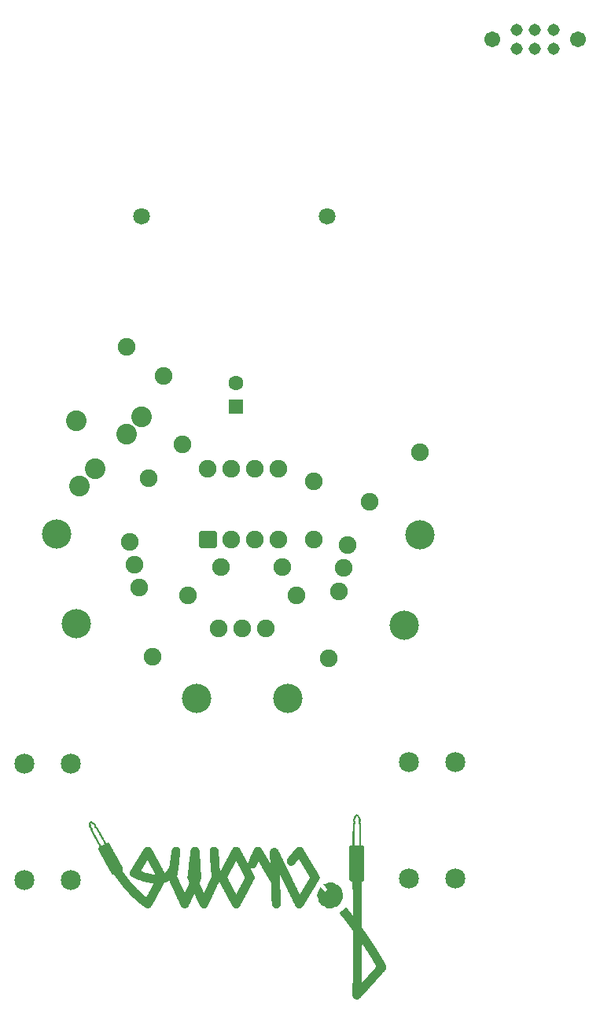
<source format=gtl>
G04 MADE WITH FRITZING*
G04 WWW.FRITZING.ORG*
G04 DOUBLE SIDED*
G04 HOLES PLATED*
G04 CONTOUR ON CENTER OF CONTOUR VECTOR*
%ASAXBY*%
%FSLAX23Y23*%
%MOIN*%
%OFA0B0*%
%SFA1.0B1.0*%
%ADD10C,0.075000*%
%ADD11C,0.062992*%
%ADD12C,0.071181*%
%ADD13C,0.051496*%
%ADD14C,0.067244*%
%ADD15C,0.074667*%
%ADD16C,0.074695*%
%ADD17C,0.124033*%
%ADD18C,0.085000*%
%ADD19C,0.087695*%
%ADD20C,0.087722*%
%ADD21R,0.062992X0.062992*%
%ADD22C,0.020000*%
%ADD23R,0.001000X0.001000*%
%LNCOPPER1*%
G90*
G70*
G54D10*
X1458Y2360D03*
X1458Y2116D03*
X899Y2517D03*
X757Y2376D03*
X820Y2808D03*
X662Y2931D03*
G54D11*
X1127Y2679D03*
X1127Y2777D03*
G54D10*
X1064Y1997D03*
X1324Y1997D03*
X1008Y2115D03*
X1008Y2415D03*
X1108Y2115D03*
X1108Y2415D03*
X1208Y2115D03*
X1208Y2415D03*
X1308Y2115D03*
X1308Y2415D03*
G54D12*
X726Y3486D03*
X1513Y3486D03*
X726Y3486D03*
X1513Y3486D03*
G54D13*
X2316Y4273D03*
X2316Y4194D03*
X2395Y4273D03*
X2395Y4194D03*
X2474Y4273D03*
X2474Y4194D03*
G54D14*
X2576Y4234D03*
X2214Y4234D03*
G54D13*
X2316Y4273D03*
X2316Y4194D03*
X2395Y4273D03*
X2395Y4194D03*
X2474Y4273D03*
X2474Y4194D03*
G54D14*
X2576Y4234D03*
X2214Y4234D03*
G54D15*
X1600Y2092D03*
X1582Y1993D03*
G54D16*
X1565Y1895D03*
G54D17*
X1907Y2133D03*
X1839Y1751D03*
G54D15*
X1253Y1738D03*
X1153Y1738D03*
G54D16*
X1053Y1738D03*
G54D17*
X1347Y1442D03*
X959Y1442D03*
G54D15*
X718Y1911D03*
X697Y2009D03*
G54D16*
X676Y2106D03*
G54D17*
X449Y1757D03*
X368Y2137D03*
G54D10*
X1694Y2273D03*
X1906Y2485D03*
X773Y1619D03*
X923Y1879D03*
G54D18*
X1860Y679D03*
X2056Y679D03*
X2056Y1171D03*
X1860Y1171D03*
X1860Y679D03*
X2056Y679D03*
X2056Y1171D03*
X1860Y1171D03*
X230Y671D03*
X426Y671D03*
X426Y1163D03*
X230Y1163D03*
X230Y671D03*
X426Y671D03*
X426Y1163D03*
X230Y1163D03*
G54D19*
X450Y2619D03*
G54D20*
X728Y2634D03*
X662Y2561D03*
G54D19*
X530Y2415D03*
G54D20*
X465Y2342D03*
G54D10*
X1521Y1612D03*
X1385Y1879D03*
G54D21*
X1127Y2679D03*
G54D22*
X981Y2142D02*
X1036Y2142D01*
X1036Y2087D01*
X981Y2087D01*
X981Y2142D01*
D02*
G54D23*
X1639Y949D02*
X1640Y949D01*
X1634Y948D02*
X1645Y948D01*
X1634Y947D02*
X1646Y947D01*
X1633Y946D02*
X1647Y946D01*
X1632Y945D02*
X1647Y945D01*
X1632Y944D02*
X1648Y944D01*
X1631Y943D02*
X1648Y943D01*
X1631Y942D02*
X1649Y942D01*
X1630Y941D02*
X1649Y941D01*
X1630Y940D02*
X1638Y940D01*
X1642Y940D02*
X1650Y940D01*
X1629Y939D02*
X1637Y939D01*
X1643Y939D02*
X1650Y939D01*
X1629Y938D02*
X1636Y938D01*
X1643Y938D02*
X1651Y938D01*
X1628Y937D02*
X1636Y937D01*
X1644Y937D02*
X1651Y937D01*
X1628Y936D02*
X1635Y936D01*
X1644Y936D02*
X1652Y936D01*
X1627Y935D02*
X1635Y935D01*
X1645Y935D02*
X1652Y935D01*
X1627Y934D02*
X1634Y934D01*
X1645Y934D02*
X1653Y934D01*
X1626Y933D02*
X1634Y933D01*
X1646Y933D02*
X1653Y933D01*
X1626Y932D02*
X1633Y932D01*
X1646Y932D02*
X1654Y932D01*
X1625Y931D02*
X1633Y931D01*
X1647Y931D02*
X1654Y931D01*
X1625Y930D02*
X1632Y930D01*
X1647Y930D02*
X1655Y930D01*
X1624Y929D02*
X1632Y929D01*
X1648Y929D02*
X1655Y929D01*
X1624Y928D02*
X1631Y928D01*
X1648Y928D02*
X1656Y928D01*
X1623Y927D02*
X1631Y927D01*
X1649Y927D02*
X1656Y927D01*
X1623Y926D02*
X1631Y926D01*
X1649Y926D02*
X1656Y926D01*
X1623Y925D02*
X1631Y925D01*
X1649Y925D02*
X1656Y925D01*
X1623Y924D02*
X1631Y924D01*
X1649Y924D02*
X1656Y924D01*
X1624Y923D02*
X1631Y923D01*
X1649Y923D02*
X1656Y923D01*
X1624Y922D02*
X1631Y922D01*
X1648Y922D02*
X1656Y922D01*
X1624Y921D02*
X1631Y921D01*
X1648Y921D02*
X1655Y921D01*
X513Y920D02*
X513Y920D01*
X1625Y920D02*
X1632Y920D01*
X1648Y920D02*
X1655Y920D01*
X510Y919D02*
X516Y919D01*
X1625Y919D02*
X1632Y919D01*
X1648Y919D02*
X1655Y919D01*
X509Y918D02*
X518Y918D01*
X1625Y918D02*
X1632Y918D01*
X1647Y918D02*
X1654Y918D01*
X507Y917D02*
X519Y917D01*
X1625Y917D02*
X1633Y917D01*
X1647Y917D02*
X1654Y917D01*
X506Y916D02*
X521Y916D01*
X1626Y916D02*
X1633Y916D01*
X1647Y916D02*
X1654Y916D01*
X505Y915D02*
X522Y915D01*
X1626Y915D02*
X1633Y915D01*
X1646Y915D02*
X1654Y915D01*
X505Y914D02*
X524Y914D01*
X1625Y914D02*
X1633Y914D01*
X1646Y914D02*
X1654Y914D01*
X505Y913D02*
X525Y913D01*
X1624Y913D02*
X1634Y913D01*
X1646Y913D02*
X1655Y913D01*
X505Y912D02*
X526Y912D01*
X1624Y912D02*
X1634Y912D01*
X1646Y912D02*
X1656Y912D01*
X505Y911D02*
X512Y911D01*
X515Y911D02*
X528Y911D01*
X1623Y911D02*
X1634Y911D01*
X1646Y911D02*
X1656Y911D01*
X505Y910D02*
X512Y910D01*
X517Y910D02*
X529Y910D01*
X1623Y910D02*
X1634Y910D01*
X1646Y910D02*
X1657Y910D01*
X505Y909D02*
X511Y909D01*
X518Y909D02*
X530Y909D01*
X1623Y909D02*
X1633Y909D01*
X1646Y909D02*
X1657Y909D01*
X505Y908D02*
X511Y908D01*
X520Y908D02*
X532Y908D01*
X1623Y908D02*
X1632Y908D01*
X1648Y908D02*
X1657Y908D01*
X505Y907D02*
X512Y907D01*
X521Y907D02*
X532Y907D01*
X1623Y907D02*
X1629Y907D01*
X1650Y907D02*
X1657Y907D01*
X505Y906D02*
X512Y906D01*
X523Y906D02*
X532Y906D01*
X1623Y906D02*
X1629Y906D01*
X1651Y906D02*
X1657Y906D01*
X505Y905D02*
X512Y905D01*
X524Y905D02*
X533Y905D01*
X1623Y905D02*
X1629Y905D01*
X1651Y905D02*
X1657Y905D01*
X505Y904D02*
X512Y904D01*
X525Y904D02*
X533Y904D01*
X1623Y904D02*
X1629Y904D01*
X1651Y904D02*
X1657Y904D01*
X505Y903D02*
X512Y903D01*
X526Y903D02*
X533Y903D01*
X1623Y903D02*
X1629Y903D01*
X1651Y903D02*
X1657Y903D01*
X505Y902D02*
X512Y902D01*
X526Y902D02*
X533Y902D01*
X1623Y902D02*
X1629Y902D01*
X1651Y902D02*
X1657Y902D01*
X505Y901D02*
X512Y901D01*
X526Y901D02*
X534Y901D01*
X1623Y901D02*
X1629Y901D01*
X1651Y901D02*
X1657Y901D01*
X505Y900D02*
X512Y900D01*
X527Y900D02*
X534Y900D01*
X1623Y900D02*
X1629Y900D01*
X1651Y900D02*
X1657Y900D01*
X505Y899D02*
X512Y899D01*
X527Y899D02*
X534Y899D01*
X1623Y899D02*
X1629Y899D01*
X1651Y899D02*
X1657Y899D01*
X505Y898D02*
X512Y898D01*
X527Y898D02*
X535Y898D01*
X1623Y898D02*
X1629Y898D01*
X1651Y898D02*
X1657Y898D01*
X505Y897D02*
X512Y897D01*
X527Y897D02*
X537Y897D01*
X1623Y897D02*
X1629Y897D01*
X1651Y897D02*
X1657Y897D01*
X505Y896D02*
X513Y896D01*
X528Y896D02*
X538Y896D01*
X1623Y896D02*
X1629Y896D01*
X1651Y896D02*
X1657Y896D01*
X506Y895D02*
X514Y895D01*
X528Y895D02*
X539Y895D01*
X1623Y895D02*
X1629Y895D01*
X1651Y895D02*
X1657Y895D01*
X506Y894D02*
X515Y894D01*
X528Y894D02*
X540Y894D01*
X1623Y894D02*
X1629Y894D01*
X1651Y894D02*
X1657Y894D01*
X506Y893D02*
X516Y893D01*
X528Y893D02*
X540Y893D01*
X1623Y893D02*
X1629Y893D01*
X1651Y893D02*
X1657Y893D01*
X507Y892D02*
X517Y892D01*
X529Y892D02*
X541Y892D01*
X1623Y892D02*
X1629Y892D01*
X1651Y892D02*
X1657Y892D01*
X508Y891D02*
X518Y891D01*
X529Y891D02*
X541Y891D01*
X1623Y891D02*
X1629Y891D01*
X1651Y891D02*
X1657Y891D01*
X509Y890D02*
X519Y890D01*
X530Y890D02*
X542Y890D01*
X1623Y890D02*
X1629Y890D01*
X1651Y890D02*
X1657Y890D01*
X510Y889D02*
X519Y889D01*
X535Y889D02*
X543Y889D01*
X1623Y889D02*
X1629Y889D01*
X1651Y889D02*
X1657Y889D01*
X511Y888D02*
X520Y888D01*
X535Y888D02*
X543Y888D01*
X1623Y888D02*
X1629Y888D01*
X1651Y888D02*
X1657Y888D01*
X512Y887D02*
X521Y887D01*
X536Y887D02*
X544Y887D01*
X1623Y887D02*
X1629Y887D01*
X1651Y887D02*
X1657Y887D01*
X512Y886D02*
X521Y886D01*
X537Y886D02*
X544Y886D01*
X1623Y886D02*
X1629Y886D01*
X1651Y886D02*
X1657Y886D01*
X512Y885D02*
X521Y885D01*
X537Y885D02*
X545Y885D01*
X1623Y885D02*
X1629Y885D01*
X1651Y885D02*
X1657Y885D01*
X512Y884D02*
X521Y884D01*
X538Y884D02*
X546Y884D01*
X1623Y884D02*
X1629Y884D01*
X1651Y884D02*
X1657Y884D01*
X512Y883D02*
X520Y883D01*
X538Y883D02*
X546Y883D01*
X1623Y883D02*
X1629Y883D01*
X1651Y883D02*
X1657Y883D01*
X512Y882D02*
X520Y882D01*
X539Y882D02*
X547Y882D01*
X1623Y882D02*
X1629Y882D01*
X1651Y882D02*
X1657Y882D01*
X512Y881D02*
X520Y881D01*
X539Y881D02*
X547Y881D01*
X1623Y881D02*
X1629Y881D01*
X1651Y881D02*
X1657Y881D01*
X512Y880D02*
X520Y880D01*
X540Y880D02*
X548Y880D01*
X1623Y880D02*
X1629Y880D01*
X1651Y880D02*
X1657Y880D01*
X513Y879D02*
X521Y879D01*
X540Y879D02*
X548Y879D01*
X1623Y879D02*
X1629Y879D01*
X1651Y879D02*
X1657Y879D01*
X513Y878D02*
X521Y878D01*
X541Y878D02*
X549Y878D01*
X1623Y878D02*
X1629Y878D01*
X1651Y878D02*
X1657Y878D01*
X514Y877D02*
X522Y877D01*
X542Y877D02*
X549Y877D01*
X1622Y877D02*
X1629Y877D01*
X1651Y877D02*
X1657Y877D01*
X514Y876D02*
X522Y876D01*
X542Y876D02*
X550Y876D01*
X1622Y876D02*
X1629Y876D01*
X1651Y876D02*
X1657Y876D01*
X515Y875D02*
X523Y875D01*
X543Y875D02*
X551Y875D01*
X1622Y875D02*
X1629Y875D01*
X1651Y875D02*
X1657Y875D01*
X515Y874D02*
X524Y874D01*
X543Y874D02*
X551Y874D01*
X1622Y874D02*
X1629Y874D01*
X1651Y874D02*
X1657Y874D01*
X516Y873D02*
X524Y873D01*
X544Y873D02*
X552Y873D01*
X1622Y873D02*
X1629Y873D01*
X1651Y873D02*
X1657Y873D01*
X517Y872D02*
X525Y872D01*
X544Y872D02*
X552Y872D01*
X1622Y872D02*
X1629Y872D01*
X1651Y872D02*
X1657Y872D01*
X517Y871D02*
X525Y871D01*
X545Y871D02*
X553Y871D01*
X1622Y871D02*
X1629Y871D01*
X1651Y871D02*
X1657Y871D01*
X518Y870D02*
X526Y870D01*
X545Y870D02*
X553Y870D01*
X1622Y870D02*
X1629Y870D01*
X1651Y870D02*
X1657Y870D01*
X518Y869D02*
X526Y869D01*
X546Y869D02*
X554Y869D01*
X1622Y869D02*
X1629Y869D01*
X1651Y869D02*
X1657Y869D01*
X519Y868D02*
X527Y868D01*
X547Y868D02*
X554Y868D01*
X1622Y868D02*
X1629Y868D01*
X1651Y868D02*
X1657Y868D01*
X519Y867D02*
X527Y867D01*
X547Y867D02*
X555Y867D01*
X1622Y867D02*
X1629Y867D01*
X1651Y867D02*
X1657Y867D01*
X520Y866D02*
X528Y866D01*
X548Y866D02*
X556Y866D01*
X1622Y866D02*
X1629Y866D01*
X1651Y866D02*
X1657Y866D01*
X520Y865D02*
X529Y865D01*
X548Y865D02*
X556Y865D01*
X1622Y865D02*
X1629Y865D01*
X1651Y865D02*
X1657Y865D01*
X521Y864D02*
X529Y864D01*
X549Y864D02*
X557Y864D01*
X1622Y864D02*
X1629Y864D01*
X1651Y864D02*
X1657Y864D01*
X522Y863D02*
X530Y863D01*
X549Y863D02*
X557Y863D01*
X1622Y863D02*
X1629Y863D01*
X1651Y863D02*
X1657Y863D01*
X522Y862D02*
X530Y862D01*
X550Y862D02*
X558Y862D01*
X1622Y862D02*
X1629Y862D01*
X1651Y862D02*
X1657Y862D01*
X523Y861D02*
X531Y861D01*
X550Y861D02*
X558Y861D01*
X1622Y861D02*
X1629Y861D01*
X1651Y861D02*
X1657Y861D01*
X523Y860D02*
X531Y860D01*
X551Y860D02*
X559Y860D01*
X1622Y860D02*
X1629Y860D01*
X1651Y860D02*
X1657Y860D01*
X524Y859D02*
X532Y859D01*
X552Y859D02*
X559Y859D01*
X1622Y859D02*
X1629Y859D01*
X1651Y859D02*
X1657Y859D01*
X524Y858D02*
X532Y858D01*
X552Y858D02*
X560Y858D01*
X1622Y858D02*
X1629Y858D01*
X1651Y858D02*
X1657Y858D01*
X525Y857D02*
X533Y857D01*
X553Y857D02*
X561Y857D01*
X1622Y857D02*
X1629Y857D01*
X1651Y857D02*
X1657Y857D01*
X525Y856D02*
X533Y856D01*
X553Y856D02*
X561Y856D01*
X1622Y856D02*
X1629Y856D01*
X1651Y856D02*
X1657Y856D01*
X526Y855D02*
X534Y855D01*
X554Y855D02*
X562Y855D01*
X1622Y855D02*
X1629Y855D01*
X1651Y855D02*
X1657Y855D01*
X527Y854D02*
X535Y854D01*
X554Y854D02*
X562Y854D01*
X1622Y854D02*
X1629Y854D01*
X1651Y854D02*
X1657Y854D01*
X527Y853D02*
X535Y853D01*
X555Y853D02*
X563Y853D01*
X1622Y853D02*
X1629Y853D01*
X1651Y853D02*
X1657Y853D01*
X528Y852D02*
X536Y852D01*
X555Y852D02*
X563Y852D01*
X1622Y852D02*
X1629Y852D01*
X1651Y852D02*
X1657Y852D01*
X528Y851D02*
X536Y851D01*
X556Y851D02*
X564Y851D01*
X1622Y851D02*
X1629Y851D01*
X1651Y851D02*
X1657Y851D01*
X529Y850D02*
X537Y850D01*
X557Y850D02*
X565Y850D01*
X1622Y850D02*
X1629Y850D01*
X1650Y850D02*
X1657Y850D01*
X529Y849D02*
X537Y849D01*
X557Y849D02*
X565Y849D01*
X1622Y849D02*
X1629Y849D01*
X1650Y849D02*
X1657Y849D01*
X530Y848D02*
X538Y848D01*
X558Y848D02*
X566Y848D01*
X1622Y848D02*
X1629Y848D01*
X1650Y848D02*
X1657Y848D01*
X530Y847D02*
X538Y847D01*
X558Y847D02*
X566Y847D01*
X1622Y847D02*
X1629Y847D01*
X1650Y847D02*
X1657Y847D01*
X531Y846D02*
X539Y846D01*
X559Y846D02*
X567Y846D01*
X1622Y846D02*
X1629Y846D01*
X1650Y846D02*
X1657Y846D01*
X532Y845D02*
X540Y845D01*
X559Y845D02*
X567Y845D01*
X1622Y845D02*
X1629Y845D01*
X1650Y845D02*
X1657Y845D01*
X532Y844D02*
X540Y844D01*
X560Y844D02*
X568Y844D01*
X1622Y844D02*
X1629Y844D01*
X1650Y844D02*
X1657Y844D01*
X533Y843D02*
X541Y843D01*
X560Y843D02*
X568Y843D01*
X1622Y843D02*
X1629Y843D01*
X1650Y843D02*
X1657Y843D01*
X533Y842D02*
X541Y842D01*
X561Y842D02*
X569Y842D01*
X1622Y842D02*
X1629Y842D01*
X1650Y842D02*
X1657Y842D01*
X534Y841D02*
X542Y841D01*
X561Y841D02*
X570Y841D01*
X1622Y841D02*
X1629Y841D01*
X1650Y841D02*
X1657Y841D01*
X534Y840D02*
X542Y840D01*
X562Y840D02*
X570Y840D01*
X1622Y840D02*
X1629Y840D01*
X1650Y840D02*
X1657Y840D01*
X535Y839D02*
X543Y839D01*
X563Y839D02*
X571Y839D01*
X1622Y839D02*
X1629Y839D01*
X1650Y839D02*
X1657Y839D01*
X535Y838D02*
X543Y838D01*
X563Y838D02*
X571Y838D01*
X1622Y838D02*
X1629Y838D01*
X1650Y838D02*
X1657Y838D01*
X536Y837D02*
X544Y837D01*
X564Y837D02*
X572Y837D01*
X1622Y837D02*
X1629Y837D01*
X1650Y837D02*
X1657Y837D01*
X536Y836D02*
X544Y836D01*
X564Y836D02*
X572Y836D01*
X1622Y836D02*
X1629Y836D01*
X1650Y836D02*
X1657Y836D01*
X537Y835D02*
X545Y835D01*
X565Y835D02*
X573Y835D01*
X1622Y835D02*
X1629Y835D01*
X1650Y835D02*
X1657Y835D01*
X538Y834D02*
X546Y834D01*
X565Y834D02*
X573Y834D01*
X1622Y834D02*
X1629Y834D01*
X1650Y834D02*
X1657Y834D01*
X538Y833D02*
X546Y833D01*
X566Y833D02*
X574Y833D01*
X1622Y833D02*
X1629Y833D01*
X1650Y833D02*
X1657Y833D01*
X539Y832D02*
X547Y832D01*
X566Y832D02*
X575Y832D01*
X1622Y832D02*
X1629Y832D01*
X1650Y832D02*
X1657Y832D01*
X539Y831D02*
X547Y831D01*
X567Y831D02*
X575Y831D01*
X1622Y831D02*
X1629Y831D01*
X1650Y831D02*
X1657Y831D01*
X540Y830D02*
X548Y830D01*
X567Y830D02*
X576Y830D01*
X1622Y830D02*
X1629Y830D01*
X1650Y830D02*
X1657Y830D01*
X540Y829D02*
X548Y829D01*
X568Y829D02*
X576Y829D01*
X583Y829D02*
X587Y829D01*
X1622Y829D02*
X1629Y829D01*
X1650Y829D02*
X1657Y829D01*
X541Y828D02*
X549Y828D01*
X568Y828D02*
X577Y828D01*
X580Y828D02*
X589Y828D01*
X1622Y828D02*
X1629Y828D01*
X1650Y828D02*
X1657Y828D01*
X541Y827D02*
X549Y827D01*
X569Y827D02*
X590Y827D01*
X1622Y827D02*
X1629Y827D01*
X1650Y827D02*
X1657Y827D01*
X542Y826D02*
X550Y826D01*
X569Y826D02*
X590Y826D01*
X1622Y826D02*
X1629Y826D01*
X1650Y826D02*
X1657Y826D01*
X542Y825D02*
X551Y825D01*
X570Y825D02*
X591Y825D01*
X1622Y825D02*
X1629Y825D01*
X1650Y825D02*
X1657Y825D01*
X543Y824D02*
X551Y824D01*
X570Y824D02*
X591Y824D01*
X1622Y824D02*
X1629Y824D01*
X1650Y824D02*
X1657Y824D01*
X544Y823D02*
X552Y823D01*
X570Y823D02*
X592Y823D01*
X1622Y823D02*
X1629Y823D01*
X1650Y823D02*
X1657Y823D01*
X544Y822D02*
X552Y822D01*
X569Y822D02*
X592Y822D01*
X1622Y822D02*
X1629Y822D01*
X1650Y822D02*
X1657Y822D01*
X545Y821D02*
X553Y821D01*
X567Y821D02*
X593Y821D01*
X1622Y821D02*
X1629Y821D01*
X1650Y821D02*
X1657Y821D01*
X545Y820D02*
X553Y820D01*
X566Y820D02*
X594Y820D01*
X1622Y820D02*
X1629Y820D01*
X1650Y820D02*
X1657Y820D01*
X546Y819D02*
X554Y819D01*
X564Y819D02*
X594Y819D01*
X1622Y819D02*
X1629Y819D01*
X1650Y819D02*
X1657Y819D01*
X546Y818D02*
X554Y818D01*
X562Y818D02*
X595Y818D01*
X1619Y818D02*
X1661Y818D01*
X547Y817D02*
X555Y817D01*
X560Y817D02*
X595Y817D01*
X1613Y817D02*
X1666Y817D01*
X547Y816D02*
X556Y816D01*
X558Y816D02*
X596Y816D01*
X1612Y816D02*
X1668Y816D01*
X548Y815D02*
X596Y815D01*
X1611Y815D02*
X1669Y815D01*
X548Y814D02*
X597Y814D01*
X1610Y814D02*
X1670Y814D01*
X549Y813D02*
X597Y813D01*
X1609Y813D02*
X1670Y813D01*
X549Y812D02*
X598Y812D01*
X751Y812D02*
X756Y812D01*
X871Y812D02*
X875Y812D01*
X951Y812D02*
X956Y812D01*
X1032Y812D02*
X1037Y812D01*
X1126Y812D02*
X1131Y812D01*
X1220Y812D02*
X1220Y812D01*
X1394Y812D02*
X1398Y812D01*
X1609Y812D02*
X1671Y812D01*
X549Y811D02*
X599Y811D01*
X747Y811D02*
X760Y811D01*
X867Y811D02*
X879Y811D01*
X947Y811D02*
X960Y811D01*
X1028Y811D02*
X1040Y811D01*
X1122Y811D02*
X1134Y811D01*
X1214Y811D02*
X1226Y811D01*
X1390Y811D02*
X1402Y811D01*
X1609Y811D02*
X1671Y811D01*
X548Y810D02*
X599Y810D01*
X745Y810D02*
X762Y810D01*
X865Y810D02*
X881Y810D01*
X945Y810D02*
X962Y810D01*
X1026Y810D02*
X1042Y810D01*
X1120Y810D02*
X1137Y810D01*
X1212Y810D02*
X1228Y810D01*
X1388Y810D02*
X1404Y810D01*
X1609Y810D02*
X1671Y810D01*
X547Y809D02*
X600Y809D01*
X744Y809D02*
X763Y809D01*
X863Y809D02*
X883Y809D01*
X943Y809D02*
X964Y809D01*
X1024Y809D02*
X1044Y809D01*
X1118Y809D02*
X1138Y809D01*
X1210Y809D02*
X1230Y809D01*
X1386Y809D02*
X1406Y809D01*
X1609Y809D02*
X1671Y809D01*
X545Y808D02*
X600Y808D01*
X742Y808D02*
X765Y808D01*
X862Y808D02*
X884Y808D01*
X942Y808D02*
X965Y808D01*
X1023Y808D02*
X1045Y808D01*
X1117Y808D02*
X1139Y808D01*
X1209Y808D02*
X1231Y808D01*
X1384Y808D02*
X1407Y808D01*
X1609Y808D02*
X1671Y808D01*
X544Y807D02*
X601Y807D01*
X741Y807D02*
X766Y807D01*
X861Y807D02*
X886Y807D01*
X941Y807D02*
X966Y807D01*
X1022Y807D02*
X1047Y807D01*
X1116Y807D02*
X1141Y807D01*
X1208Y807D02*
X1232Y807D01*
X1383Y807D02*
X1408Y807D01*
X1609Y807D02*
X1671Y807D01*
X544Y806D02*
X601Y806D01*
X740Y806D02*
X767Y806D01*
X860Y806D02*
X887Y806D01*
X940Y806D02*
X967Y806D01*
X1021Y806D02*
X1048Y806D01*
X1115Y806D02*
X1142Y806D01*
X1207Y806D02*
X1233Y806D01*
X1284Y806D02*
X1296Y806D01*
X1383Y806D02*
X1409Y806D01*
X1609Y806D02*
X1671Y806D01*
X543Y805D02*
X602Y805D01*
X739Y805D02*
X768Y805D01*
X859Y805D02*
X887Y805D01*
X939Y805D02*
X968Y805D01*
X1020Y805D02*
X1048Y805D01*
X1114Y805D02*
X1142Y805D01*
X1206Y805D02*
X1234Y805D01*
X1282Y805D02*
X1298Y805D01*
X1382Y805D02*
X1410Y805D01*
X1609Y805D02*
X1671Y805D01*
X543Y804D02*
X602Y804D01*
X739Y804D02*
X768Y804D01*
X858Y804D02*
X888Y804D01*
X939Y804D02*
X969Y804D01*
X1019Y804D02*
X1049Y804D01*
X1114Y804D02*
X1143Y804D01*
X1205Y804D02*
X1235Y804D01*
X1280Y804D02*
X1300Y804D01*
X1381Y804D02*
X1411Y804D01*
X1609Y804D02*
X1671Y804D01*
X543Y803D02*
X603Y803D01*
X738Y803D02*
X769Y803D01*
X857Y803D02*
X889Y803D01*
X938Y803D02*
X969Y803D01*
X1019Y803D02*
X1050Y803D01*
X1113Y803D02*
X1144Y803D01*
X1205Y803D02*
X1235Y803D01*
X1279Y803D02*
X1301Y803D01*
X1380Y803D02*
X1412Y803D01*
X1609Y803D02*
X1671Y803D01*
X543Y802D02*
X603Y802D01*
X737Y802D02*
X770Y802D01*
X857Y802D02*
X889Y802D01*
X937Y802D02*
X970Y802D01*
X1018Y802D02*
X1050Y802D01*
X1112Y802D02*
X1144Y802D01*
X1204Y802D02*
X1236Y802D01*
X1278Y802D02*
X1302Y802D01*
X1379Y802D02*
X1412Y802D01*
X1609Y802D02*
X1671Y802D01*
X544Y801D02*
X604Y801D01*
X737Y801D02*
X770Y801D01*
X856Y801D02*
X890Y801D01*
X937Y801D02*
X970Y801D01*
X1017Y801D02*
X1051Y801D01*
X1112Y801D02*
X1145Y801D01*
X1204Y801D02*
X1237Y801D01*
X1277Y801D02*
X1303Y801D01*
X1378Y801D02*
X1413Y801D01*
X1609Y801D02*
X1671Y801D01*
X544Y800D02*
X605Y800D01*
X736Y800D02*
X771Y800D01*
X856Y800D02*
X890Y800D01*
X936Y800D02*
X971Y800D01*
X1017Y800D02*
X1051Y800D01*
X1111Y800D02*
X1145Y800D01*
X1203Y800D02*
X1237Y800D01*
X1276Y800D02*
X1304Y800D01*
X1377Y800D02*
X1413Y800D01*
X1609Y800D02*
X1671Y800D01*
X545Y799D02*
X605Y799D01*
X735Y799D02*
X771Y799D01*
X856Y799D02*
X891Y799D01*
X936Y799D02*
X971Y799D01*
X1017Y799D02*
X1052Y799D01*
X1111Y799D02*
X1146Y799D01*
X1203Y799D02*
X1238Y799D01*
X1275Y799D02*
X1305Y799D01*
X1376Y799D02*
X1414Y799D01*
X1609Y799D02*
X1671Y799D01*
X545Y798D02*
X606Y798D01*
X735Y798D02*
X772Y798D01*
X855Y798D02*
X891Y798D01*
X936Y798D02*
X971Y798D01*
X1016Y798D02*
X1052Y798D01*
X1110Y798D02*
X1147Y798D01*
X1202Y798D02*
X1239Y798D01*
X1274Y798D02*
X1305Y798D01*
X1376Y798D02*
X1415Y798D01*
X1609Y798D02*
X1671Y798D01*
X546Y797D02*
X606Y797D01*
X734Y797D02*
X772Y797D01*
X855Y797D02*
X891Y797D01*
X936Y797D02*
X972Y797D01*
X1016Y797D02*
X1052Y797D01*
X1109Y797D02*
X1147Y797D01*
X1202Y797D02*
X1239Y797D01*
X1274Y797D02*
X1306Y797D01*
X1375Y797D02*
X1415Y797D01*
X1609Y797D02*
X1671Y797D01*
X546Y796D02*
X607Y796D01*
X734Y796D02*
X773Y796D01*
X855Y796D02*
X891Y796D01*
X935Y796D02*
X972Y796D01*
X1016Y796D02*
X1052Y796D01*
X1109Y796D02*
X1148Y796D01*
X1201Y796D02*
X1240Y796D01*
X1273Y796D02*
X1307Y796D01*
X1374Y796D02*
X1416Y796D01*
X1609Y796D02*
X1671Y796D01*
X547Y795D02*
X607Y795D01*
X733Y795D02*
X774Y795D01*
X855Y795D02*
X891Y795D01*
X935Y795D02*
X972Y795D01*
X1016Y795D02*
X1052Y795D01*
X1108Y795D02*
X1148Y795D01*
X1201Y795D02*
X1240Y795D01*
X1273Y795D02*
X1307Y795D01*
X1373Y795D02*
X1417Y795D01*
X1609Y795D02*
X1671Y795D01*
X547Y794D02*
X608Y794D01*
X732Y794D02*
X774Y794D01*
X855Y794D02*
X891Y794D01*
X935Y794D02*
X972Y794D01*
X1016Y794D02*
X1052Y794D01*
X1108Y794D02*
X1149Y794D01*
X1200Y794D02*
X1241Y794D01*
X1272Y794D02*
X1308Y794D01*
X1372Y794D02*
X1417Y794D01*
X1609Y794D02*
X1671Y794D01*
X548Y793D02*
X608Y793D01*
X732Y793D02*
X775Y793D01*
X855Y793D02*
X891Y793D01*
X935Y793D02*
X972Y793D01*
X1016Y793D02*
X1052Y793D01*
X1107Y793D02*
X1149Y793D01*
X1200Y793D02*
X1242Y793D01*
X1272Y793D02*
X1308Y793D01*
X1371Y793D02*
X1418Y793D01*
X1609Y793D02*
X1671Y793D01*
X548Y792D02*
X609Y792D01*
X731Y792D02*
X775Y792D01*
X854Y792D02*
X891Y792D01*
X935Y792D02*
X972Y792D01*
X1016Y792D02*
X1053Y792D01*
X1107Y792D02*
X1150Y792D01*
X1199Y792D02*
X1242Y792D01*
X1272Y792D02*
X1309Y792D01*
X1371Y792D02*
X1418Y792D01*
X1609Y792D02*
X1671Y792D01*
X549Y791D02*
X610Y791D01*
X730Y791D02*
X776Y791D01*
X854Y791D02*
X891Y791D01*
X935Y791D02*
X972Y791D01*
X1016Y791D02*
X1053Y791D01*
X1106Y791D02*
X1150Y791D01*
X1199Y791D02*
X1243Y791D01*
X1272Y791D02*
X1309Y791D01*
X1370Y791D02*
X1419Y791D01*
X1609Y791D02*
X1671Y791D01*
X549Y790D02*
X610Y790D01*
X730Y790D02*
X776Y790D01*
X854Y790D02*
X891Y790D01*
X935Y790D02*
X972Y790D01*
X1016Y790D02*
X1053Y790D01*
X1106Y790D02*
X1151Y790D01*
X1199Y790D02*
X1243Y790D01*
X1272Y790D02*
X1310Y790D01*
X1369Y790D02*
X1420Y790D01*
X1609Y790D02*
X1671Y790D01*
X550Y789D02*
X611Y789D01*
X729Y789D02*
X777Y789D01*
X854Y789D02*
X891Y789D01*
X935Y789D02*
X972Y789D01*
X1016Y789D02*
X1053Y789D01*
X1105Y789D02*
X1151Y789D01*
X1198Y789D02*
X1244Y789D01*
X1272Y789D02*
X1310Y789D01*
X1368Y789D02*
X1420Y789D01*
X1609Y789D02*
X1671Y789D01*
X551Y788D02*
X611Y788D01*
X729Y788D02*
X777Y788D01*
X854Y788D02*
X891Y788D01*
X934Y788D02*
X972Y788D01*
X1016Y788D02*
X1053Y788D01*
X1104Y788D02*
X1152Y788D01*
X1198Y788D02*
X1245Y788D01*
X1272Y788D02*
X1311Y788D01*
X1367Y788D02*
X1421Y788D01*
X1609Y788D02*
X1671Y788D01*
X551Y787D02*
X612Y787D01*
X728Y787D02*
X778Y787D01*
X854Y787D02*
X891Y787D01*
X934Y787D02*
X972Y787D01*
X1016Y787D02*
X1053Y787D01*
X1104Y787D02*
X1153Y787D01*
X1197Y787D02*
X1245Y787D01*
X1272Y787D02*
X1311Y787D01*
X1367Y787D02*
X1421Y787D01*
X1609Y787D02*
X1671Y787D01*
X552Y786D02*
X612Y786D01*
X727Y786D02*
X779Y786D01*
X854Y786D02*
X891Y786D01*
X934Y786D02*
X973Y786D01*
X1016Y786D02*
X1053Y786D01*
X1103Y786D02*
X1153Y786D01*
X1197Y786D02*
X1246Y786D01*
X1272Y786D02*
X1312Y786D01*
X1366Y786D02*
X1422Y786D01*
X1609Y786D02*
X1671Y786D01*
X552Y785D02*
X613Y785D01*
X727Y785D02*
X779Y785D01*
X853Y785D02*
X891Y785D01*
X934Y785D02*
X973Y785D01*
X1016Y785D02*
X1053Y785D01*
X1103Y785D02*
X1154Y785D01*
X1196Y785D02*
X1246Y785D01*
X1272Y785D02*
X1312Y785D01*
X1365Y785D02*
X1423Y785D01*
X1609Y785D02*
X1671Y785D01*
X553Y784D02*
X613Y784D01*
X726Y784D02*
X780Y784D01*
X853Y784D02*
X890Y784D01*
X934Y784D02*
X973Y784D01*
X1016Y784D02*
X1053Y784D01*
X1102Y784D02*
X1154Y784D01*
X1196Y784D02*
X1247Y784D01*
X1272Y784D02*
X1313Y784D01*
X1364Y784D02*
X1423Y784D01*
X1609Y784D02*
X1671Y784D01*
X553Y783D02*
X614Y783D01*
X725Y783D02*
X780Y783D01*
X853Y783D02*
X890Y783D01*
X934Y783D02*
X973Y783D01*
X1016Y783D02*
X1053Y783D01*
X1102Y783D02*
X1155Y783D01*
X1196Y783D02*
X1248Y783D01*
X1272Y783D02*
X1313Y783D01*
X1363Y783D02*
X1424Y783D01*
X1609Y783D02*
X1671Y783D01*
X554Y782D02*
X615Y782D01*
X725Y782D02*
X781Y782D01*
X853Y782D02*
X890Y782D01*
X934Y782D02*
X973Y782D01*
X1016Y782D02*
X1053Y782D01*
X1101Y782D02*
X1155Y782D01*
X1195Y782D02*
X1248Y782D01*
X1272Y782D02*
X1314Y782D01*
X1362Y782D02*
X1424Y782D01*
X1609Y782D02*
X1671Y782D01*
X554Y781D02*
X615Y781D01*
X724Y781D02*
X781Y781D01*
X853Y781D02*
X890Y781D01*
X934Y781D02*
X973Y781D01*
X1017Y781D02*
X1054Y781D01*
X1101Y781D02*
X1156Y781D01*
X1195Y781D02*
X1249Y781D01*
X1272Y781D02*
X1314Y781D01*
X1362Y781D02*
X1425Y781D01*
X1609Y781D02*
X1671Y781D01*
X555Y780D02*
X616Y780D01*
X724Y780D02*
X782Y780D01*
X853Y780D02*
X890Y780D01*
X933Y780D02*
X973Y780D01*
X1017Y780D02*
X1054Y780D01*
X1100Y780D02*
X1156Y780D01*
X1194Y780D02*
X1249Y780D01*
X1272Y780D02*
X1315Y780D01*
X1361Y780D02*
X1426Y780D01*
X1609Y780D02*
X1671Y780D01*
X555Y779D02*
X616Y779D01*
X723Y779D02*
X782Y779D01*
X853Y779D02*
X890Y779D01*
X933Y779D02*
X973Y779D01*
X1017Y779D02*
X1054Y779D01*
X1100Y779D02*
X1157Y779D01*
X1194Y779D02*
X1250Y779D01*
X1272Y779D02*
X1315Y779D01*
X1360Y779D02*
X1426Y779D01*
X1609Y779D02*
X1671Y779D01*
X556Y778D02*
X617Y778D01*
X722Y778D02*
X783Y778D01*
X853Y778D02*
X890Y778D01*
X933Y778D02*
X973Y778D01*
X1017Y778D02*
X1054Y778D01*
X1099Y778D02*
X1157Y778D01*
X1193Y778D02*
X1250Y778D01*
X1272Y778D02*
X1316Y778D01*
X1359Y778D02*
X1427Y778D01*
X1609Y778D02*
X1671Y778D01*
X557Y777D02*
X617Y777D01*
X722Y777D02*
X783Y777D01*
X852Y777D02*
X890Y777D01*
X933Y777D02*
X973Y777D01*
X1017Y777D02*
X1054Y777D01*
X1098Y777D02*
X1158Y777D01*
X1193Y777D02*
X1251Y777D01*
X1272Y777D02*
X1316Y777D01*
X1358Y777D02*
X1427Y777D01*
X1609Y777D02*
X1671Y777D01*
X557Y776D02*
X618Y776D01*
X721Y776D02*
X784Y776D01*
X852Y776D02*
X889Y776D01*
X933Y776D02*
X973Y776D01*
X1017Y776D02*
X1054Y776D01*
X1098Y776D02*
X1158Y776D01*
X1192Y776D02*
X1252Y776D01*
X1272Y776D02*
X1316Y776D01*
X1357Y776D02*
X1428Y776D01*
X1609Y776D02*
X1671Y776D01*
X558Y775D02*
X618Y775D01*
X720Y775D02*
X785Y775D01*
X852Y775D02*
X889Y775D01*
X933Y775D02*
X973Y775D01*
X1017Y775D02*
X1054Y775D01*
X1097Y775D02*
X1159Y775D01*
X1192Y775D02*
X1252Y775D01*
X1272Y775D02*
X1317Y775D01*
X1357Y775D02*
X1429Y775D01*
X1609Y775D02*
X1671Y775D01*
X558Y774D02*
X619Y774D01*
X720Y774D02*
X785Y774D01*
X852Y774D02*
X889Y774D01*
X933Y774D02*
X973Y774D01*
X1017Y774D02*
X1054Y774D01*
X1097Y774D02*
X1160Y774D01*
X1192Y774D02*
X1253Y774D01*
X1272Y774D02*
X1317Y774D01*
X1356Y774D02*
X1429Y774D01*
X1609Y774D02*
X1671Y774D01*
X559Y773D02*
X620Y773D01*
X719Y773D02*
X786Y773D01*
X852Y773D02*
X889Y773D01*
X933Y773D02*
X974Y773D01*
X1017Y773D02*
X1054Y773D01*
X1096Y773D02*
X1160Y773D01*
X1191Y773D02*
X1253Y773D01*
X1272Y773D02*
X1318Y773D01*
X1355Y773D02*
X1430Y773D01*
X1609Y773D02*
X1671Y773D01*
X559Y772D02*
X620Y772D01*
X719Y772D02*
X786Y772D01*
X852Y772D02*
X889Y772D01*
X932Y772D02*
X974Y772D01*
X1017Y772D02*
X1054Y772D01*
X1096Y772D02*
X1161Y772D01*
X1191Y772D02*
X1254Y772D01*
X1272Y772D02*
X1318Y772D01*
X1354Y772D02*
X1430Y772D01*
X1609Y772D02*
X1671Y772D01*
X560Y771D02*
X621Y771D01*
X718Y771D02*
X787Y771D01*
X852Y771D02*
X889Y771D01*
X932Y771D02*
X974Y771D01*
X1017Y771D02*
X1054Y771D01*
X1095Y771D02*
X1161Y771D01*
X1190Y771D02*
X1255Y771D01*
X1272Y771D02*
X1319Y771D01*
X1353Y771D02*
X1431Y771D01*
X1609Y771D02*
X1671Y771D01*
X560Y770D02*
X621Y770D01*
X717Y770D02*
X787Y770D01*
X851Y770D02*
X889Y770D01*
X932Y770D02*
X974Y770D01*
X1017Y770D02*
X1054Y770D01*
X1095Y770D02*
X1162Y770D01*
X1190Y770D02*
X1255Y770D01*
X1272Y770D02*
X1319Y770D01*
X1353Y770D02*
X1432Y770D01*
X1609Y770D02*
X1671Y770D01*
X561Y769D02*
X622Y769D01*
X717Y769D02*
X788Y769D01*
X851Y769D02*
X889Y769D01*
X932Y769D02*
X974Y769D01*
X1017Y769D02*
X1055Y769D01*
X1094Y769D02*
X1162Y769D01*
X1189Y769D02*
X1256Y769D01*
X1272Y769D02*
X1320Y769D01*
X1352Y769D02*
X1432Y769D01*
X1609Y769D02*
X1671Y769D01*
X561Y768D02*
X622Y768D01*
X716Y768D02*
X788Y768D01*
X851Y768D02*
X889Y768D01*
X932Y768D02*
X974Y768D01*
X1018Y768D02*
X1055Y768D01*
X1094Y768D02*
X1163Y768D01*
X1189Y768D02*
X1256Y768D01*
X1272Y768D02*
X1320Y768D01*
X1351Y768D02*
X1433Y768D01*
X1609Y768D02*
X1671Y768D01*
X562Y767D02*
X623Y767D01*
X715Y767D02*
X789Y767D01*
X851Y767D02*
X888Y767D01*
X932Y767D02*
X974Y767D01*
X1018Y767D02*
X1055Y767D01*
X1093Y767D02*
X1163Y767D01*
X1189Y767D02*
X1257Y767D01*
X1272Y767D02*
X1321Y767D01*
X1350Y767D02*
X1433Y767D01*
X1609Y767D02*
X1671Y767D01*
X563Y766D02*
X623Y766D01*
X715Y766D02*
X789Y766D01*
X851Y766D02*
X888Y766D01*
X932Y766D02*
X974Y766D01*
X1018Y766D02*
X1055Y766D01*
X1093Y766D02*
X1164Y766D01*
X1188Y766D02*
X1258Y766D01*
X1272Y766D02*
X1321Y766D01*
X1350Y766D02*
X1434Y766D01*
X1609Y766D02*
X1671Y766D01*
X563Y765D02*
X624Y765D01*
X714Y765D02*
X790Y765D01*
X851Y765D02*
X888Y765D01*
X932Y765D02*
X974Y765D01*
X1018Y765D02*
X1055Y765D01*
X1092Y765D02*
X1164Y765D01*
X1188Y765D02*
X1258Y765D01*
X1272Y765D02*
X1322Y765D01*
X1349Y765D02*
X1435Y765D01*
X1609Y765D02*
X1671Y765D01*
X564Y764D02*
X625Y764D01*
X714Y764D02*
X791Y764D01*
X851Y764D02*
X888Y764D01*
X931Y764D02*
X974Y764D01*
X1018Y764D02*
X1055Y764D01*
X1092Y764D02*
X1165Y764D01*
X1187Y764D02*
X1259Y764D01*
X1272Y764D02*
X1322Y764D01*
X1348Y764D02*
X1435Y764D01*
X1609Y764D02*
X1671Y764D01*
X564Y763D02*
X625Y763D01*
X713Y763D02*
X791Y763D01*
X851Y763D02*
X888Y763D01*
X931Y763D02*
X974Y763D01*
X1018Y763D02*
X1055Y763D01*
X1091Y763D02*
X1165Y763D01*
X1187Y763D02*
X1259Y763D01*
X1272Y763D02*
X1323Y763D01*
X1347Y763D02*
X1436Y763D01*
X1609Y763D02*
X1671Y763D01*
X565Y762D02*
X626Y762D01*
X712Y762D02*
X792Y762D01*
X850Y762D02*
X888Y762D01*
X931Y762D02*
X974Y762D01*
X1018Y762D02*
X1055Y762D01*
X1090Y762D02*
X1166Y762D01*
X1187Y762D02*
X1260Y762D01*
X1272Y762D02*
X1323Y762D01*
X1346Y762D02*
X1437Y762D01*
X1609Y762D02*
X1671Y762D01*
X565Y761D02*
X626Y761D01*
X712Y761D02*
X792Y761D01*
X850Y761D02*
X888Y761D01*
X931Y761D02*
X974Y761D01*
X1018Y761D02*
X1055Y761D01*
X1090Y761D02*
X1166Y761D01*
X1186Y761D02*
X1261Y761D01*
X1272Y761D02*
X1324Y761D01*
X1346Y761D02*
X1437Y761D01*
X1609Y761D02*
X1671Y761D01*
X566Y760D02*
X627Y760D01*
X711Y760D02*
X793Y760D01*
X850Y760D02*
X888Y760D01*
X931Y760D02*
X974Y760D01*
X1018Y760D02*
X1055Y760D01*
X1089Y760D02*
X1167Y760D01*
X1186Y760D02*
X1261Y760D01*
X1272Y760D02*
X1324Y760D01*
X1345Y760D02*
X1438Y760D01*
X1609Y760D02*
X1671Y760D01*
X566Y759D02*
X627Y759D01*
X711Y759D02*
X793Y759D01*
X850Y759D02*
X887Y759D01*
X931Y759D02*
X975Y759D01*
X1018Y759D02*
X1055Y759D01*
X1089Y759D02*
X1168Y759D01*
X1185Y759D02*
X1262Y759D01*
X1272Y759D02*
X1325Y759D01*
X1344Y759D02*
X1392Y759D01*
X1395Y759D02*
X1438Y759D01*
X1609Y759D02*
X1671Y759D01*
X567Y758D02*
X628Y758D01*
X710Y758D02*
X794Y758D01*
X850Y758D02*
X887Y758D01*
X931Y758D02*
X975Y758D01*
X1018Y758D02*
X1055Y758D01*
X1088Y758D02*
X1168Y758D01*
X1185Y758D02*
X1262Y758D01*
X1272Y758D02*
X1325Y758D01*
X1344Y758D02*
X1391Y758D01*
X1395Y758D02*
X1439Y758D01*
X1609Y758D02*
X1671Y758D01*
X568Y757D02*
X628Y757D01*
X709Y757D02*
X794Y757D01*
X850Y757D02*
X887Y757D01*
X931Y757D02*
X975Y757D01*
X1018Y757D02*
X1056Y757D01*
X1088Y757D02*
X1169Y757D01*
X1184Y757D02*
X1263Y757D01*
X1273Y757D02*
X1326Y757D01*
X1343Y757D02*
X1390Y757D01*
X1396Y757D02*
X1440Y757D01*
X1609Y757D02*
X1671Y757D01*
X568Y756D02*
X629Y756D01*
X709Y756D02*
X795Y756D01*
X850Y756D02*
X887Y756D01*
X930Y756D02*
X975Y756D01*
X1018Y756D02*
X1056Y756D01*
X1087Y756D02*
X1169Y756D01*
X1184Y756D02*
X1263Y756D01*
X1273Y756D02*
X1326Y756D01*
X1343Y756D02*
X1390Y756D01*
X1397Y756D02*
X1440Y756D01*
X1609Y756D02*
X1671Y756D01*
X569Y755D02*
X629Y755D01*
X708Y755D02*
X795Y755D01*
X849Y755D02*
X887Y755D01*
X930Y755D02*
X975Y755D01*
X1019Y755D02*
X1056Y755D01*
X1087Y755D02*
X1170Y755D01*
X1184Y755D02*
X1264Y755D01*
X1273Y755D02*
X1327Y755D01*
X1343Y755D02*
X1389Y755D01*
X1397Y755D02*
X1441Y755D01*
X1609Y755D02*
X1671Y755D01*
X569Y754D02*
X630Y754D01*
X707Y754D02*
X796Y754D01*
X849Y754D02*
X887Y754D01*
X930Y754D02*
X975Y754D01*
X1019Y754D02*
X1056Y754D01*
X1086Y754D02*
X1170Y754D01*
X1183Y754D02*
X1265Y754D01*
X1273Y754D02*
X1327Y754D01*
X1343Y754D02*
X1388Y754D01*
X1398Y754D02*
X1441Y754D01*
X1609Y754D02*
X1671Y754D01*
X570Y753D02*
X631Y753D01*
X707Y753D02*
X751Y753D01*
X754Y753D02*
X797Y753D01*
X849Y753D02*
X887Y753D01*
X930Y753D02*
X975Y753D01*
X1019Y753D02*
X1056Y753D01*
X1086Y753D02*
X1171Y753D01*
X1183Y753D02*
X1265Y753D01*
X1273Y753D02*
X1328Y753D01*
X1343Y753D02*
X1387Y753D01*
X1398Y753D02*
X1442Y753D01*
X1609Y753D02*
X1671Y753D01*
X570Y752D02*
X631Y752D01*
X706Y752D02*
X750Y752D01*
X754Y752D02*
X797Y752D01*
X849Y752D02*
X887Y752D01*
X930Y752D02*
X975Y752D01*
X1019Y752D02*
X1056Y752D01*
X1085Y752D02*
X1171Y752D01*
X1182Y752D02*
X1266Y752D01*
X1273Y752D02*
X1328Y752D01*
X1343Y752D02*
X1386Y752D01*
X1399Y752D02*
X1443Y752D01*
X1609Y752D02*
X1671Y752D01*
X571Y751D02*
X632Y751D01*
X706Y751D02*
X750Y751D01*
X755Y751D02*
X798Y751D01*
X849Y751D02*
X887Y751D01*
X930Y751D02*
X975Y751D01*
X1019Y751D02*
X1056Y751D01*
X1085Y751D02*
X1127Y751D01*
X1129Y751D02*
X1172Y751D01*
X1182Y751D02*
X1266Y751D01*
X1273Y751D02*
X1329Y751D01*
X1343Y751D02*
X1385Y751D01*
X1400Y751D02*
X1443Y751D01*
X1609Y751D02*
X1671Y751D01*
X571Y750D02*
X632Y750D01*
X705Y750D02*
X749Y750D01*
X756Y750D02*
X798Y750D01*
X849Y750D02*
X886Y750D01*
X930Y750D02*
X975Y750D01*
X1019Y750D02*
X1056Y750D01*
X1084Y750D02*
X1127Y750D01*
X1130Y750D02*
X1172Y750D01*
X1181Y750D02*
X1267Y750D01*
X1273Y750D02*
X1329Y750D01*
X1343Y750D02*
X1384Y750D01*
X1400Y750D02*
X1444Y750D01*
X1609Y750D02*
X1671Y750D01*
X572Y749D02*
X633Y749D01*
X704Y749D02*
X748Y749D01*
X756Y749D02*
X799Y749D01*
X849Y749D02*
X886Y749D01*
X930Y749D02*
X975Y749D01*
X1019Y749D02*
X1056Y749D01*
X1084Y749D02*
X1126Y749D01*
X1131Y749D02*
X1173Y749D01*
X1181Y749D02*
X1222Y749D01*
X1224Y749D02*
X1268Y749D01*
X1273Y749D02*
X1330Y749D01*
X1343Y749D02*
X1384Y749D01*
X1401Y749D02*
X1444Y749D01*
X1609Y749D02*
X1671Y749D01*
X572Y748D02*
X633Y748D01*
X704Y748D02*
X748Y748D01*
X757Y748D02*
X799Y748D01*
X849Y748D02*
X886Y748D01*
X930Y748D02*
X975Y748D01*
X1019Y748D02*
X1056Y748D01*
X1083Y748D02*
X1126Y748D01*
X1131Y748D02*
X1173Y748D01*
X1181Y748D02*
X1221Y748D01*
X1224Y748D02*
X1268Y748D01*
X1273Y748D02*
X1330Y748D01*
X1343Y748D02*
X1383Y748D01*
X1401Y748D02*
X1445Y748D01*
X1609Y748D02*
X1671Y748D01*
X573Y747D02*
X634Y747D01*
X703Y747D02*
X747Y747D01*
X757Y747D02*
X800Y747D01*
X848Y747D02*
X886Y747D01*
X929Y747D02*
X975Y747D01*
X1019Y747D02*
X1056Y747D01*
X1082Y747D02*
X1125Y747D01*
X1132Y747D02*
X1174Y747D01*
X1180Y747D02*
X1221Y747D01*
X1225Y747D02*
X1269Y747D01*
X1273Y747D02*
X1331Y747D01*
X1343Y747D02*
X1382Y747D01*
X1402Y747D02*
X1446Y747D01*
X1609Y747D02*
X1671Y747D01*
X574Y746D02*
X634Y746D01*
X702Y746D02*
X746Y746D01*
X758Y746D02*
X800Y746D01*
X848Y746D02*
X886Y746D01*
X929Y746D02*
X975Y746D01*
X1019Y746D02*
X1056Y746D01*
X1082Y746D02*
X1124Y746D01*
X1132Y746D02*
X1174Y746D01*
X1180Y746D02*
X1220Y746D01*
X1226Y746D02*
X1269Y746D01*
X1273Y746D02*
X1331Y746D01*
X1343Y746D02*
X1381Y746D01*
X1403Y746D02*
X1446Y746D01*
X1609Y746D02*
X1671Y746D01*
X574Y745D02*
X635Y745D01*
X702Y745D02*
X746Y745D01*
X758Y745D02*
X801Y745D01*
X848Y745D02*
X886Y745D01*
X929Y745D02*
X976Y745D01*
X1019Y745D02*
X1056Y745D01*
X1081Y745D02*
X1124Y745D01*
X1133Y745D02*
X1175Y745D01*
X1179Y745D02*
X1220Y745D01*
X1226Y745D02*
X1270Y745D01*
X1273Y745D02*
X1332Y745D01*
X1343Y745D02*
X1380Y745D01*
X1403Y745D02*
X1447Y745D01*
X1609Y745D02*
X1671Y745D01*
X575Y744D02*
X636Y744D01*
X701Y744D02*
X745Y744D01*
X759Y744D02*
X801Y744D01*
X848Y744D02*
X886Y744D01*
X929Y744D02*
X976Y744D01*
X1019Y744D02*
X1057Y744D01*
X1081Y744D02*
X1123Y744D01*
X1133Y744D02*
X1176Y744D01*
X1179Y744D02*
X1219Y744D01*
X1227Y744D02*
X1271Y744D01*
X1273Y744D02*
X1332Y744D01*
X1344Y744D02*
X1379Y744D01*
X1404Y744D02*
X1447Y744D01*
X1609Y744D02*
X1671Y744D01*
X575Y743D02*
X636Y743D01*
X701Y743D02*
X744Y743D01*
X760Y743D02*
X802Y743D01*
X848Y743D02*
X886Y743D01*
X929Y743D02*
X976Y743D01*
X1020Y743D02*
X1057Y743D01*
X1080Y743D02*
X1123Y743D01*
X1134Y743D02*
X1176Y743D01*
X1179Y743D02*
X1219Y743D01*
X1228Y743D02*
X1332Y743D01*
X1344Y743D02*
X1379Y743D01*
X1405Y743D02*
X1448Y743D01*
X1609Y743D02*
X1671Y743D01*
X576Y742D02*
X637Y742D01*
X700Y742D02*
X744Y742D01*
X760Y742D02*
X803Y742D01*
X848Y742D02*
X885Y742D01*
X929Y742D02*
X976Y742D01*
X1020Y742D02*
X1057Y742D01*
X1080Y742D02*
X1122Y742D01*
X1134Y742D02*
X1218Y742D01*
X1228Y742D02*
X1333Y742D01*
X1345Y742D02*
X1378Y742D01*
X1405Y742D02*
X1449Y742D01*
X1609Y742D02*
X1671Y742D01*
X576Y741D02*
X637Y741D01*
X699Y741D02*
X743Y741D01*
X761Y741D02*
X803Y741D01*
X848Y741D02*
X885Y741D01*
X929Y741D02*
X976Y741D01*
X1020Y741D02*
X1057Y741D01*
X1079Y741D02*
X1122Y741D01*
X1135Y741D02*
X1218Y741D01*
X1229Y741D02*
X1333Y741D01*
X1345Y741D02*
X1377Y741D01*
X1406Y741D02*
X1449Y741D01*
X1609Y741D02*
X1671Y741D01*
X577Y740D02*
X638Y740D01*
X699Y740D02*
X743Y740D01*
X761Y740D02*
X804Y740D01*
X847Y740D02*
X885Y740D01*
X929Y740D02*
X976Y740D01*
X1020Y740D02*
X1057Y740D01*
X1079Y740D02*
X1121Y740D01*
X1136Y740D02*
X1218Y740D01*
X1229Y740D02*
X1334Y740D01*
X1346Y740D02*
X1376Y740D01*
X1406Y740D02*
X1450Y740D01*
X1609Y740D02*
X1671Y740D01*
X577Y739D02*
X638Y739D01*
X698Y739D02*
X742Y739D01*
X762Y739D02*
X804Y739D01*
X847Y739D02*
X885Y739D01*
X928Y739D02*
X976Y739D01*
X1020Y739D02*
X1057Y739D01*
X1078Y739D02*
X1121Y739D01*
X1136Y739D02*
X1217Y739D01*
X1230Y739D02*
X1334Y739D01*
X1347Y739D02*
X1375Y739D01*
X1407Y739D02*
X1450Y739D01*
X1609Y739D02*
X1671Y739D01*
X578Y738D02*
X639Y738D01*
X698Y738D02*
X741Y738D01*
X762Y738D02*
X805Y738D01*
X847Y738D02*
X885Y738D01*
X928Y738D02*
X976Y738D01*
X1020Y738D02*
X1057Y738D01*
X1078Y738D02*
X1120Y738D01*
X1137Y738D02*
X1217Y738D01*
X1231Y738D02*
X1335Y738D01*
X1347Y738D02*
X1374Y738D01*
X1408Y738D02*
X1451Y738D01*
X1609Y738D02*
X1671Y738D01*
X579Y737D02*
X639Y737D01*
X697Y737D02*
X741Y737D01*
X763Y737D02*
X805Y737D01*
X847Y737D02*
X885Y737D01*
X928Y737D02*
X976Y737D01*
X1020Y737D02*
X1057Y737D01*
X1077Y737D02*
X1119Y737D01*
X1137Y737D02*
X1216Y737D01*
X1231Y737D02*
X1335Y737D01*
X1348Y737D02*
X1373Y737D01*
X1408Y737D02*
X1452Y737D01*
X1609Y737D02*
X1671Y737D01*
X579Y736D02*
X640Y736D01*
X696Y736D02*
X740Y736D01*
X763Y736D02*
X806Y736D01*
X847Y736D02*
X885Y736D01*
X928Y736D02*
X976Y736D01*
X1020Y736D02*
X1057Y736D01*
X1077Y736D02*
X1119Y736D01*
X1138Y736D02*
X1216Y736D01*
X1232Y736D02*
X1336Y736D01*
X1350Y736D02*
X1372Y736D01*
X1409Y736D02*
X1452Y736D01*
X1609Y736D02*
X1671Y736D01*
X580Y735D02*
X641Y735D01*
X696Y735D02*
X739Y735D01*
X764Y735D02*
X806Y735D01*
X847Y735D02*
X885Y735D01*
X928Y735D02*
X976Y735D01*
X1020Y735D02*
X1057Y735D01*
X1076Y735D02*
X1118Y735D01*
X1138Y735D02*
X1215Y735D01*
X1232Y735D02*
X1336Y735D01*
X1351Y735D02*
X1371Y735D01*
X1409Y735D02*
X1453Y735D01*
X1609Y735D02*
X1671Y735D01*
X580Y734D02*
X641Y734D01*
X695Y734D02*
X739Y734D01*
X765Y734D02*
X807Y734D01*
X846Y734D02*
X884Y734D01*
X928Y734D02*
X976Y734D01*
X1020Y734D02*
X1057Y734D01*
X1076Y734D02*
X1118Y734D01*
X1139Y734D02*
X1215Y734D01*
X1233Y734D02*
X1337Y734D01*
X1352Y734D02*
X1369Y734D01*
X1410Y734D02*
X1453Y734D01*
X1609Y734D02*
X1671Y734D01*
X581Y733D02*
X642Y733D01*
X694Y733D02*
X738Y733D01*
X765Y733D02*
X807Y733D01*
X846Y733D02*
X884Y733D01*
X928Y733D02*
X976Y733D01*
X1020Y733D02*
X1057Y733D01*
X1075Y733D02*
X1117Y733D01*
X1139Y733D02*
X1214Y733D01*
X1234Y733D02*
X1337Y733D01*
X1355Y733D02*
X1367Y733D01*
X1411Y733D02*
X1454Y733D01*
X1609Y733D02*
X1671Y733D01*
X581Y732D02*
X642Y732D01*
X694Y732D02*
X738Y732D01*
X766Y732D02*
X808Y732D01*
X846Y732D02*
X884Y732D01*
X928Y732D02*
X976Y732D01*
X1020Y732D02*
X1057Y732D01*
X1074Y732D02*
X1117Y732D01*
X1140Y732D02*
X1214Y732D01*
X1234Y732D02*
X1338Y732D01*
X1360Y732D02*
X1362Y732D01*
X1411Y732D02*
X1455Y732D01*
X1609Y732D02*
X1671Y732D01*
X582Y731D02*
X643Y731D01*
X693Y731D02*
X737Y731D01*
X766Y731D02*
X809Y731D01*
X846Y731D02*
X884Y731D01*
X927Y731D02*
X977Y731D01*
X1020Y731D02*
X1058Y731D01*
X1074Y731D02*
X1116Y731D01*
X1140Y731D02*
X1213Y731D01*
X1235Y731D02*
X1338Y731D01*
X1412Y731D02*
X1455Y731D01*
X1609Y731D02*
X1671Y731D01*
X582Y730D02*
X643Y730D01*
X693Y730D02*
X736Y730D01*
X767Y730D02*
X809Y730D01*
X845Y730D02*
X884Y730D01*
X927Y730D02*
X977Y730D01*
X1021Y730D02*
X1058Y730D01*
X1073Y730D02*
X1116Y730D01*
X1141Y730D02*
X1213Y730D01*
X1235Y730D02*
X1339Y730D01*
X1412Y730D02*
X1456Y730D01*
X1609Y730D02*
X1671Y730D01*
X583Y729D02*
X644Y729D01*
X692Y729D02*
X736Y729D01*
X767Y729D02*
X810Y729D01*
X845Y729D02*
X884Y729D01*
X927Y729D02*
X977Y729D01*
X1021Y729D02*
X1058Y729D01*
X1073Y729D02*
X1115Y729D01*
X1141Y729D02*
X1212Y729D01*
X1236Y729D02*
X1339Y729D01*
X1413Y729D02*
X1457Y729D01*
X1609Y729D02*
X1671Y729D01*
X584Y728D02*
X644Y728D01*
X691Y728D02*
X735Y728D01*
X768Y728D02*
X810Y728D01*
X845Y728D02*
X884Y728D01*
X927Y728D02*
X977Y728D01*
X1021Y728D02*
X1058Y728D01*
X1072Y728D02*
X1115Y728D01*
X1142Y728D02*
X1212Y728D01*
X1237Y728D02*
X1340Y728D01*
X1414Y728D02*
X1457Y728D01*
X1609Y728D02*
X1671Y728D01*
X584Y727D02*
X645Y727D01*
X691Y727D02*
X735Y727D01*
X768Y727D02*
X811Y727D01*
X844Y727D02*
X883Y727D01*
X927Y727D02*
X977Y727D01*
X1021Y727D02*
X1058Y727D01*
X1072Y727D02*
X1114Y727D01*
X1142Y727D02*
X1211Y727D01*
X1237Y727D02*
X1340Y727D01*
X1414Y727D02*
X1458Y727D01*
X1609Y727D02*
X1671Y727D01*
X585Y726D02*
X645Y726D01*
X690Y726D02*
X734Y726D01*
X769Y726D02*
X811Y726D01*
X844Y726D02*
X883Y726D01*
X927Y726D02*
X977Y726D01*
X1021Y726D02*
X1058Y726D01*
X1071Y726D02*
X1114Y726D01*
X1143Y726D02*
X1210Y726D01*
X1238Y726D02*
X1341Y726D01*
X1415Y726D02*
X1458Y726D01*
X1609Y726D02*
X1671Y726D01*
X585Y725D02*
X646Y725D01*
X689Y725D02*
X733Y725D01*
X769Y725D02*
X812Y725D01*
X844Y725D02*
X883Y725D01*
X927Y725D02*
X977Y725D01*
X1021Y725D02*
X1058Y725D01*
X1071Y725D02*
X1113Y725D01*
X1144Y725D02*
X1210Y725D01*
X1238Y725D02*
X1341Y725D01*
X1415Y725D02*
X1459Y725D01*
X1609Y725D02*
X1671Y725D01*
X586Y724D02*
X646Y724D01*
X689Y724D02*
X733Y724D01*
X770Y724D02*
X812Y724D01*
X843Y724D02*
X883Y724D01*
X927Y724D02*
X977Y724D01*
X1021Y724D02*
X1058Y724D01*
X1070Y724D02*
X1112Y724D01*
X1144Y724D02*
X1209Y724D01*
X1239Y724D02*
X1342Y724D01*
X1416Y724D02*
X1460Y724D01*
X1609Y724D02*
X1671Y724D01*
X586Y723D02*
X647Y723D01*
X688Y723D02*
X732Y723D01*
X771Y723D02*
X813Y723D01*
X843Y723D02*
X883Y723D01*
X927Y723D02*
X977Y723D01*
X1021Y723D02*
X1058Y723D01*
X1070Y723D02*
X1112Y723D01*
X1145Y723D02*
X1207Y723D01*
X1239Y723D02*
X1342Y723D01*
X1417Y723D02*
X1460Y723D01*
X1609Y723D02*
X1671Y723D01*
X587Y722D02*
X647Y722D01*
X688Y722D02*
X731Y722D01*
X771Y722D02*
X813Y722D01*
X842Y722D02*
X883Y722D01*
X926Y722D02*
X977Y722D01*
X1021Y722D02*
X1058Y722D01*
X1069Y722D02*
X1111Y722D01*
X1145Y722D02*
X1206Y722D01*
X1240Y722D02*
X1343Y722D01*
X1417Y722D02*
X1461Y722D01*
X1609Y722D02*
X1671Y722D01*
X587Y721D02*
X648Y721D01*
X687Y721D02*
X731Y721D01*
X772Y721D02*
X814Y721D01*
X842Y721D02*
X883Y721D01*
X926Y721D02*
X977Y721D01*
X1021Y721D02*
X1058Y721D01*
X1069Y721D02*
X1111Y721D01*
X1146Y721D02*
X1204Y721D01*
X1241Y721D02*
X1343Y721D01*
X1418Y721D02*
X1461Y721D01*
X1609Y721D02*
X1671Y721D01*
X588Y720D02*
X648Y720D01*
X686Y720D02*
X730Y720D01*
X772Y720D02*
X815Y720D01*
X842Y720D02*
X882Y720D01*
X926Y720D02*
X977Y720D01*
X1021Y720D02*
X1058Y720D01*
X1068Y720D02*
X1110Y720D01*
X1146Y720D02*
X1189Y720D01*
X1192Y720D02*
X1201Y720D01*
X1241Y720D02*
X1344Y720D01*
X1418Y720D02*
X1462Y720D01*
X1609Y720D02*
X1671Y720D01*
X589Y719D02*
X648Y719D01*
X686Y719D02*
X730Y719D01*
X773Y719D02*
X815Y719D01*
X841Y719D02*
X882Y719D01*
X926Y719D02*
X977Y719D01*
X1021Y719D02*
X1059Y719D01*
X1067Y719D02*
X1110Y719D01*
X1147Y719D02*
X1189Y719D01*
X1242Y719D02*
X1344Y719D01*
X1419Y719D02*
X1463Y719D01*
X1609Y719D02*
X1671Y719D01*
X589Y718D02*
X648Y718D01*
X685Y718D02*
X729Y718D01*
X773Y718D02*
X816Y718D01*
X841Y718D02*
X882Y718D01*
X926Y718D02*
X977Y718D01*
X1021Y718D02*
X1059Y718D01*
X1067Y718D02*
X1109Y718D01*
X1147Y718D02*
X1190Y718D01*
X1242Y718D02*
X1345Y718D01*
X1420Y718D02*
X1463Y718D01*
X1609Y718D02*
X1671Y718D01*
X590Y717D02*
X648Y717D01*
X685Y717D02*
X728Y717D01*
X774Y717D02*
X816Y717D01*
X840Y717D02*
X882Y717D01*
X926Y717D02*
X978Y717D01*
X1022Y717D02*
X1059Y717D01*
X1066Y717D02*
X1109Y717D01*
X1148Y717D02*
X1190Y717D01*
X1243Y717D02*
X1345Y717D01*
X1420Y717D02*
X1464Y717D01*
X1609Y717D02*
X1671Y717D01*
X590Y716D02*
X647Y716D01*
X684Y716D02*
X728Y716D01*
X774Y716D02*
X817Y716D01*
X839Y716D02*
X882Y716D01*
X926Y716D02*
X978Y716D01*
X1022Y716D02*
X1059Y716D01*
X1066Y716D02*
X1108Y716D01*
X1148Y716D02*
X1191Y716D01*
X1244Y716D02*
X1346Y716D01*
X1421Y716D02*
X1464Y716D01*
X1609Y716D02*
X1671Y716D01*
X591Y715D02*
X646Y715D01*
X683Y715D02*
X727Y715D01*
X775Y715D02*
X817Y715D01*
X839Y715D02*
X882Y715D01*
X926Y715D02*
X978Y715D01*
X1022Y715D02*
X1059Y715D01*
X1065Y715D02*
X1108Y715D01*
X1149Y715D02*
X1191Y715D01*
X1244Y715D02*
X1346Y715D01*
X1421Y715D02*
X1465Y715D01*
X1609Y715D02*
X1671Y715D01*
X591Y714D02*
X646Y714D01*
X683Y714D02*
X727Y714D01*
X775Y714D02*
X818Y714D01*
X838Y714D02*
X882Y714D01*
X925Y714D02*
X978Y714D01*
X1022Y714D02*
X1059Y714D01*
X1065Y714D02*
X1107Y714D01*
X1149Y714D02*
X1192Y714D01*
X1245Y714D02*
X1347Y714D01*
X1422Y714D02*
X1466Y714D01*
X1609Y714D02*
X1671Y714D01*
X592Y713D02*
X645Y713D01*
X682Y713D02*
X726Y713D01*
X776Y713D02*
X818Y713D01*
X838Y713D02*
X882Y713D01*
X925Y713D02*
X978Y713D01*
X1022Y713D02*
X1059Y713D01*
X1064Y713D02*
X1107Y713D01*
X1150Y713D02*
X1192Y713D01*
X1245Y713D02*
X1347Y713D01*
X1423Y713D02*
X1466Y713D01*
X1609Y713D02*
X1671Y713D01*
X592Y712D02*
X645Y712D01*
X682Y712D02*
X726Y712D01*
X777Y712D02*
X819Y712D01*
X837Y712D02*
X881Y712D01*
X925Y712D02*
X978Y712D01*
X1022Y712D02*
X1059Y712D01*
X1064Y712D02*
X1106Y712D01*
X1150Y712D02*
X1193Y712D01*
X1246Y712D02*
X1348Y712D01*
X1423Y712D02*
X1467Y712D01*
X1609Y712D02*
X1671Y712D01*
X593Y711D02*
X645Y711D01*
X681Y711D02*
X725Y711D01*
X777Y711D02*
X819Y711D01*
X836Y711D02*
X881Y711D01*
X925Y711D02*
X978Y711D01*
X1022Y711D02*
X1059Y711D01*
X1063Y711D02*
X1105Y711D01*
X1151Y711D02*
X1193Y711D01*
X1246Y711D02*
X1348Y711D01*
X1424Y711D02*
X1467Y711D01*
X1609Y711D02*
X1671Y711D01*
X594Y710D02*
X646Y710D01*
X681Y710D02*
X725Y710D01*
X778Y710D02*
X820Y710D01*
X835Y710D02*
X881Y710D01*
X925Y710D02*
X978Y710D01*
X1022Y710D02*
X1059Y710D01*
X1062Y710D02*
X1105Y710D01*
X1151Y710D02*
X1194Y710D01*
X1247Y710D02*
X1349Y710D01*
X1424Y710D02*
X1468Y710D01*
X1609Y710D02*
X1671Y710D01*
X594Y709D02*
X646Y709D01*
X680Y709D02*
X725Y709D01*
X778Y709D02*
X821Y709D01*
X834Y709D02*
X881Y709D01*
X925Y709D02*
X978Y709D01*
X1022Y709D02*
X1059Y709D01*
X1062Y709D02*
X1104Y709D01*
X1152Y709D02*
X1194Y709D01*
X1248Y709D02*
X1349Y709D01*
X1425Y709D02*
X1469Y709D01*
X1609Y709D02*
X1671Y709D01*
X595Y708D02*
X647Y708D01*
X680Y708D02*
X727Y708D01*
X779Y708D02*
X821Y708D01*
X833Y708D02*
X881Y708D01*
X925Y708D02*
X978Y708D01*
X1022Y708D02*
X1104Y708D01*
X1153Y708D02*
X1195Y708D01*
X1248Y708D02*
X1349Y708D01*
X1426Y708D02*
X1469Y708D01*
X1609Y708D02*
X1671Y708D01*
X595Y707D02*
X647Y707D01*
X679Y707D02*
X729Y707D01*
X779Y707D02*
X822Y707D01*
X832Y707D02*
X881Y707D01*
X925Y707D02*
X978Y707D01*
X1022Y707D02*
X1103Y707D01*
X1153Y707D02*
X1195Y707D01*
X1249Y707D02*
X1350Y707D01*
X1426Y707D02*
X1470Y707D01*
X1609Y707D02*
X1671Y707D01*
X596Y706D02*
X648Y706D01*
X679Y706D02*
X732Y706D01*
X780Y706D02*
X822Y706D01*
X831Y706D02*
X881Y706D01*
X925Y706D02*
X978Y706D01*
X1022Y706D02*
X1103Y706D01*
X1154Y706D02*
X1196Y706D01*
X1249Y706D02*
X1350Y706D01*
X1427Y706D02*
X1470Y706D01*
X1609Y706D02*
X1671Y706D01*
X596Y705D02*
X649Y705D01*
X678Y705D02*
X735Y705D01*
X780Y705D02*
X823Y705D01*
X830Y705D02*
X880Y705D01*
X924Y705D02*
X978Y705D01*
X1022Y705D02*
X1102Y705D01*
X1154Y705D02*
X1196Y705D01*
X1250Y705D02*
X1351Y705D01*
X1428Y705D02*
X1471Y705D01*
X1609Y705D02*
X1671Y705D01*
X597Y704D02*
X649Y704D01*
X678Y704D02*
X738Y704D01*
X781Y704D02*
X823Y704D01*
X829Y704D02*
X880Y704D01*
X924Y704D02*
X978Y704D01*
X1023Y704D02*
X1102Y704D01*
X1155Y704D02*
X1197Y704D01*
X1251Y704D02*
X1351Y704D01*
X1428Y704D02*
X1472Y704D01*
X1609Y704D02*
X1671Y704D01*
X598Y703D02*
X650Y703D01*
X678Y703D02*
X741Y703D01*
X781Y703D02*
X824Y703D01*
X827Y703D02*
X880Y703D01*
X924Y703D02*
X979Y703D01*
X1023Y703D02*
X1101Y703D01*
X1155Y703D02*
X1197Y703D01*
X1251Y703D02*
X1352Y703D01*
X1429Y703D02*
X1472Y703D01*
X1609Y703D02*
X1671Y703D01*
X598Y702D02*
X651Y702D01*
X678Y702D02*
X744Y702D01*
X782Y702D02*
X880Y702D01*
X924Y702D02*
X979Y702D01*
X1023Y702D02*
X1101Y702D01*
X1156Y702D02*
X1198Y702D01*
X1252Y702D02*
X1352Y702D01*
X1429Y702D02*
X1473Y702D01*
X1609Y702D02*
X1671Y702D01*
X599Y701D02*
X652Y701D01*
X678Y701D02*
X748Y701D01*
X782Y701D02*
X880Y701D01*
X924Y701D02*
X979Y701D01*
X1023Y701D02*
X1100Y701D01*
X1156Y701D02*
X1198Y701D01*
X1252Y701D02*
X1353Y701D01*
X1430Y701D02*
X1473Y701D01*
X1609Y701D02*
X1671Y701D01*
X599Y700D02*
X652Y700D01*
X678Y700D02*
X751Y700D01*
X783Y700D02*
X880Y700D01*
X924Y700D02*
X979Y700D01*
X1023Y700D02*
X1100Y700D01*
X1157Y700D02*
X1199Y700D01*
X1253Y700D02*
X1353Y700D01*
X1431Y700D02*
X1474Y700D01*
X1609Y700D02*
X1671Y700D01*
X600Y699D02*
X653Y699D01*
X678Y699D02*
X755Y699D01*
X783Y699D02*
X880Y699D01*
X924Y699D02*
X979Y699D01*
X1023Y699D02*
X1099Y699D01*
X1157Y699D02*
X1199Y699D01*
X1254Y699D02*
X1354Y699D01*
X1431Y699D02*
X1474Y699D01*
X1609Y699D02*
X1671Y699D01*
X600Y698D02*
X654Y698D01*
X678Y698D02*
X759Y698D01*
X784Y698D02*
X880Y698D01*
X924Y698D02*
X979Y698D01*
X1023Y698D02*
X1099Y698D01*
X1158Y698D02*
X1200Y698D01*
X1254Y698D02*
X1354Y698D01*
X1432Y698D02*
X1475Y698D01*
X1609Y698D02*
X1671Y698D01*
X601Y697D02*
X654Y697D01*
X678Y697D02*
X764Y697D01*
X784Y697D02*
X879Y697D01*
X924Y697D02*
X979Y697D01*
X1023Y697D02*
X1098Y697D01*
X1158Y697D02*
X1200Y697D01*
X1255Y697D02*
X1355Y697D01*
X1432Y697D02*
X1476Y697D01*
X1609Y697D02*
X1671Y697D01*
X602Y696D02*
X655Y696D01*
X678Y696D02*
X769Y696D01*
X785Y696D02*
X879Y696D01*
X923Y696D02*
X979Y696D01*
X1023Y696D02*
X1097Y696D01*
X1159Y696D02*
X1201Y696D01*
X1255Y696D02*
X1312Y696D01*
X1314Y696D02*
X1355Y696D01*
X1433Y696D02*
X1476Y696D01*
X1609Y696D02*
X1671Y696D01*
X602Y695D02*
X656Y695D01*
X679Y695D02*
X776Y695D01*
X785Y695D02*
X879Y695D01*
X923Y695D02*
X979Y695D01*
X1023Y695D02*
X1097Y695D01*
X1159Y695D02*
X1201Y695D01*
X1256Y695D02*
X1312Y695D01*
X1314Y695D02*
X1356Y695D01*
X1434Y695D02*
X1477Y695D01*
X1609Y695D02*
X1671Y695D01*
X603Y694D02*
X657Y694D01*
X679Y694D02*
X879Y694D01*
X923Y694D02*
X979Y694D01*
X1023Y694D02*
X1096Y694D01*
X1160Y694D02*
X1202Y694D01*
X1256Y694D02*
X1312Y694D01*
X1315Y694D02*
X1356Y694D01*
X1434Y694D02*
X1477Y694D01*
X1609Y694D02*
X1671Y694D01*
X612Y693D02*
X657Y693D01*
X679Y693D02*
X879Y693D01*
X923Y693D02*
X979Y693D01*
X1023Y693D02*
X1096Y693D01*
X1160Y693D02*
X1202Y693D01*
X1257Y693D02*
X1312Y693D01*
X1315Y693D02*
X1357Y693D01*
X1435Y693D02*
X1478Y693D01*
X1609Y693D02*
X1671Y693D01*
X613Y692D02*
X658Y692D01*
X680Y692D02*
X879Y692D01*
X923Y692D02*
X979Y692D01*
X1024Y692D02*
X1095Y692D01*
X1161Y692D02*
X1203Y692D01*
X1258Y692D02*
X1312Y692D01*
X1316Y692D02*
X1357Y692D01*
X1435Y692D02*
X1479Y692D01*
X1609Y692D02*
X1671Y692D01*
X613Y691D02*
X659Y691D01*
X681Y691D02*
X879Y691D01*
X923Y691D02*
X979Y691D01*
X1024Y691D02*
X1095Y691D01*
X1161Y691D02*
X1203Y691D01*
X1258Y691D02*
X1312Y691D01*
X1316Y691D02*
X1358Y691D01*
X1436Y691D02*
X1479Y691D01*
X1609Y691D02*
X1671Y691D01*
X614Y690D02*
X660Y690D01*
X681Y690D02*
X879Y690D01*
X923Y690D02*
X979Y690D01*
X1024Y690D02*
X1094Y690D01*
X1162Y690D02*
X1204Y690D01*
X1259Y690D02*
X1312Y690D01*
X1317Y690D02*
X1358Y690D01*
X1436Y690D02*
X1480Y690D01*
X1609Y690D02*
X1671Y690D01*
X615Y689D02*
X660Y689D01*
X682Y689D02*
X878Y689D01*
X923Y689D02*
X979Y689D01*
X1024Y689D02*
X1094Y689D01*
X1162Y689D02*
X1204Y689D01*
X1259Y689D02*
X1312Y689D01*
X1317Y689D02*
X1359Y689D01*
X1437Y689D02*
X1480Y689D01*
X1609Y689D02*
X1671Y689D01*
X615Y688D02*
X661Y688D01*
X683Y688D02*
X878Y688D01*
X923Y688D02*
X979Y688D01*
X1024Y688D02*
X1093Y688D01*
X1163Y688D02*
X1205Y688D01*
X1260Y688D02*
X1312Y688D01*
X1318Y688D02*
X1359Y688D01*
X1438Y688D02*
X1481Y688D01*
X1609Y688D02*
X1671Y688D01*
X616Y687D02*
X662Y687D01*
X684Y687D02*
X878Y687D01*
X922Y687D02*
X980Y687D01*
X1024Y687D02*
X1093Y687D01*
X1163Y687D02*
X1205Y687D01*
X1260Y687D02*
X1312Y687D01*
X1318Y687D02*
X1360Y687D01*
X1438Y687D02*
X1481Y687D01*
X1609Y687D02*
X1671Y687D01*
X617Y686D02*
X662Y686D01*
X685Y686D02*
X878Y686D01*
X922Y686D02*
X980Y686D01*
X1024Y686D02*
X1092Y686D01*
X1164Y686D02*
X1205Y686D01*
X1261Y686D02*
X1312Y686D01*
X1319Y686D02*
X1360Y686D01*
X1439Y686D02*
X1481Y686D01*
X1609Y686D02*
X1671Y686D01*
X617Y685D02*
X663Y685D01*
X686Y685D02*
X878Y685D01*
X922Y685D02*
X980Y685D01*
X1024Y685D02*
X1092Y685D01*
X1164Y685D02*
X1206Y685D01*
X1262Y685D02*
X1312Y685D01*
X1319Y685D02*
X1361Y685D01*
X1439Y685D02*
X1482Y685D01*
X1609Y685D02*
X1671Y685D01*
X618Y684D02*
X664Y684D01*
X688Y684D02*
X878Y684D01*
X922Y684D02*
X980Y684D01*
X1023Y684D02*
X1091Y684D01*
X1165Y684D02*
X1206Y684D01*
X1262Y684D02*
X1313Y684D01*
X1320Y684D02*
X1361Y684D01*
X1440Y684D02*
X1482Y684D01*
X1609Y684D02*
X1671Y684D01*
X619Y683D02*
X665Y683D01*
X690Y683D02*
X879Y683D01*
X922Y683D02*
X980Y683D01*
X1023Y683D02*
X1091Y683D01*
X1165Y683D02*
X1206Y683D01*
X1263Y683D02*
X1313Y683D01*
X1320Y683D02*
X1362Y683D01*
X1441Y683D02*
X1482Y683D01*
X1609Y683D02*
X1671Y683D01*
X619Y682D02*
X666Y682D01*
X692Y682D02*
X879Y682D01*
X922Y682D02*
X980Y682D01*
X1022Y682D02*
X1090Y682D01*
X1166Y682D02*
X1206Y682D01*
X1263Y682D02*
X1313Y682D01*
X1321Y682D02*
X1362Y682D01*
X1441Y682D02*
X1482Y682D01*
X1609Y682D02*
X1671Y682D01*
X620Y681D02*
X666Y681D01*
X694Y681D02*
X880Y681D01*
X922Y681D02*
X980Y681D01*
X1022Y681D02*
X1091Y681D01*
X1166Y681D02*
X1206Y681D01*
X1264Y681D02*
X1313Y681D01*
X1321Y681D02*
X1363Y681D01*
X1441Y681D02*
X1482Y681D01*
X1609Y681D02*
X1671Y681D01*
X621Y680D02*
X667Y680D01*
X696Y680D02*
X880Y680D01*
X922Y680D02*
X980Y680D01*
X1022Y680D02*
X1091Y680D01*
X1165Y680D02*
X1206Y680D01*
X1265Y680D02*
X1313Y680D01*
X1322Y680D02*
X1363Y680D01*
X1440Y680D02*
X1482Y680D01*
X1609Y680D02*
X1671Y680D01*
X621Y679D02*
X668Y679D01*
X698Y679D02*
X881Y679D01*
X922Y679D02*
X980Y679D01*
X1021Y679D02*
X1092Y679D01*
X1165Y679D02*
X1206Y679D01*
X1265Y679D02*
X1313Y679D01*
X1322Y679D02*
X1364Y679D01*
X1440Y679D02*
X1482Y679D01*
X1609Y679D02*
X1671Y679D01*
X622Y678D02*
X669Y678D01*
X700Y678D02*
X881Y678D01*
X922Y678D02*
X979Y678D01*
X1021Y678D02*
X1092Y678D01*
X1164Y678D02*
X1205Y678D01*
X1266Y678D02*
X1313Y678D01*
X1323Y678D02*
X1364Y678D01*
X1439Y678D02*
X1481Y678D01*
X1609Y678D02*
X1671Y678D01*
X623Y677D02*
X669Y677D01*
X703Y677D02*
X882Y677D01*
X923Y677D02*
X979Y677D01*
X1020Y677D02*
X1093Y677D01*
X1164Y677D02*
X1205Y677D01*
X1266Y677D02*
X1313Y677D01*
X1323Y677D02*
X1365Y677D01*
X1439Y677D02*
X1481Y677D01*
X1609Y677D02*
X1671Y677D01*
X624Y676D02*
X670Y676D01*
X705Y676D02*
X882Y676D01*
X923Y676D02*
X979Y676D01*
X1020Y676D02*
X1093Y676D01*
X1163Y676D02*
X1205Y676D01*
X1267Y676D02*
X1313Y676D01*
X1324Y676D02*
X1365Y676D01*
X1438Y676D02*
X1481Y676D01*
X1609Y676D02*
X1671Y676D01*
X624Y675D02*
X671Y675D01*
X707Y675D02*
X882Y675D01*
X923Y675D02*
X978Y675D01*
X1019Y675D02*
X1094Y675D01*
X1163Y675D02*
X1204Y675D01*
X1267Y675D02*
X1313Y675D01*
X1324Y675D02*
X1366Y675D01*
X1437Y675D02*
X1480Y675D01*
X1609Y675D02*
X1671Y675D01*
X625Y674D02*
X672Y674D01*
X710Y674D02*
X883Y674D01*
X924Y674D02*
X978Y674D01*
X1019Y674D02*
X1094Y674D01*
X1162Y674D02*
X1204Y674D01*
X1268Y674D02*
X1313Y674D01*
X1325Y674D02*
X1366Y674D01*
X1437Y674D02*
X1480Y674D01*
X1609Y674D02*
X1671Y674D01*
X626Y673D02*
X673Y673D01*
X712Y673D02*
X883Y673D01*
X924Y673D02*
X978Y673D01*
X1018Y673D02*
X1095Y673D01*
X1162Y673D02*
X1203Y673D01*
X1269Y673D02*
X1313Y673D01*
X1325Y673D02*
X1367Y673D01*
X1436Y673D02*
X1479Y673D01*
X1609Y673D02*
X1671Y673D01*
X626Y672D02*
X673Y672D01*
X715Y672D02*
X884Y672D01*
X924Y672D02*
X977Y672D01*
X1018Y672D02*
X1095Y672D01*
X1161Y672D02*
X1203Y672D01*
X1269Y672D02*
X1313Y672D01*
X1326Y672D02*
X1367Y672D01*
X1436Y672D02*
X1479Y672D01*
X1609Y672D02*
X1671Y672D01*
X627Y671D02*
X674Y671D01*
X718Y671D02*
X884Y671D01*
X925Y671D02*
X977Y671D01*
X1017Y671D02*
X1096Y671D01*
X1161Y671D02*
X1202Y671D01*
X1270Y671D02*
X1313Y671D01*
X1326Y671D02*
X1367Y671D01*
X1435Y671D02*
X1478Y671D01*
X1609Y671D02*
X1671Y671D01*
X628Y670D02*
X675Y670D01*
X720Y670D02*
X885Y670D01*
X925Y670D02*
X976Y670D01*
X1017Y670D02*
X1096Y670D01*
X1160Y670D02*
X1202Y670D01*
X1270Y670D02*
X1313Y670D01*
X1327Y670D02*
X1368Y670D01*
X1435Y670D02*
X1478Y670D01*
X1610Y670D02*
X1670Y670D01*
X628Y669D02*
X676Y669D01*
X723Y669D02*
X885Y669D01*
X926Y669D02*
X976Y669D01*
X1017Y669D02*
X1097Y669D01*
X1160Y669D02*
X1201Y669D01*
X1271Y669D02*
X1313Y669D01*
X1327Y669D02*
X1368Y669D01*
X1434Y669D02*
X1477Y669D01*
X1610Y669D02*
X1670Y669D01*
X629Y668D02*
X677Y668D01*
X726Y668D02*
X886Y668D01*
X926Y668D02*
X976Y668D01*
X1016Y668D02*
X1097Y668D01*
X1159Y668D02*
X1201Y668D01*
X1272Y668D02*
X1313Y668D01*
X1328Y668D02*
X1369Y668D01*
X1433Y668D02*
X1476Y668D01*
X1611Y668D02*
X1669Y668D01*
X630Y667D02*
X678Y667D01*
X729Y667D02*
X841Y667D01*
X845Y667D02*
X886Y667D01*
X927Y667D02*
X975Y667D01*
X1016Y667D02*
X1098Y667D01*
X1159Y667D02*
X1200Y667D01*
X1272Y667D02*
X1313Y667D01*
X1328Y667D02*
X1369Y667D01*
X1433Y667D02*
X1476Y667D01*
X1612Y667D02*
X1668Y667D01*
X631Y666D02*
X678Y666D01*
X732Y666D02*
X839Y666D01*
X846Y666D02*
X887Y666D01*
X927Y666D02*
X975Y666D01*
X1015Y666D02*
X1098Y666D01*
X1158Y666D02*
X1200Y666D01*
X1273Y666D02*
X1313Y666D01*
X1329Y666D02*
X1370Y666D01*
X1432Y666D02*
X1475Y666D01*
X1614Y666D02*
X1666Y666D01*
X632Y665D02*
X679Y665D01*
X736Y665D02*
X836Y665D01*
X846Y665D02*
X887Y665D01*
X928Y665D02*
X974Y665D01*
X1015Y665D02*
X1099Y665D01*
X1158Y665D02*
X1199Y665D01*
X1273Y665D02*
X1313Y665D01*
X1329Y665D02*
X1370Y665D01*
X1431Y665D02*
X1475Y665D01*
X1620Y665D02*
X1661Y665D01*
X632Y664D02*
X680Y664D01*
X739Y664D02*
X834Y664D01*
X847Y664D02*
X888Y664D01*
X928Y664D02*
X974Y664D01*
X1014Y664D02*
X1099Y664D01*
X1157Y664D02*
X1199Y664D01*
X1274Y664D02*
X1313Y664D01*
X1329Y664D02*
X1371Y664D01*
X1431Y664D02*
X1474Y664D01*
X1621Y664D02*
X1659Y664D01*
X633Y663D02*
X681Y663D01*
X743Y663D02*
X832Y663D01*
X847Y663D02*
X888Y663D01*
X928Y663D02*
X973Y663D01*
X1014Y663D02*
X1055Y663D01*
X1057Y663D02*
X1100Y663D01*
X1156Y663D02*
X1198Y663D01*
X1274Y663D02*
X1313Y663D01*
X1330Y663D02*
X1371Y663D01*
X1430Y663D02*
X1474Y663D01*
X1621Y663D02*
X1659Y663D01*
X634Y662D02*
X682Y662D01*
X747Y662D02*
X830Y662D01*
X847Y662D02*
X888Y662D01*
X929Y662D02*
X973Y662D01*
X1013Y662D02*
X1055Y662D01*
X1058Y662D02*
X1100Y662D01*
X1156Y662D02*
X1198Y662D01*
X1275Y662D02*
X1313Y662D01*
X1330Y662D02*
X1372Y662D01*
X1430Y662D02*
X1473Y662D01*
X1622Y662D02*
X1659Y662D01*
X635Y661D02*
X683Y661D01*
X751Y661D02*
X827Y661D01*
X848Y661D02*
X889Y661D01*
X929Y661D02*
X973Y661D01*
X1013Y661D02*
X1054Y661D01*
X1058Y661D02*
X1101Y661D01*
X1155Y661D02*
X1197Y661D01*
X1276Y661D02*
X1313Y661D01*
X1331Y661D02*
X1372Y661D01*
X1429Y661D02*
X1472Y661D01*
X1622Y661D02*
X1659Y661D01*
X635Y660D02*
X683Y660D01*
X755Y660D02*
X824Y660D01*
X848Y660D02*
X889Y660D01*
X930Y660D02*
X972Y660D01*
X1012Y660D02*
X1054Y660D01*
X1059Y660D02*
X1102Y660D01*
X1155Y660D02*
X1197Y660D01*
X1276Y660D02*
X1313Y660D01*
X1331Y660D02*
X1373Y660D01*
X1428Y660D02*
X1472Y660D01*
X1519Y660D02*
X1534Y660D01*
X1622Y660D02*
X1659Y660D01*
X636Y659D02*
X684Y659D01*
X760Y659D02*
X823Y659D01*
X849Y659D02*
X890Y659D01*
X930Y659D02*
X972Y659D01*
X1012Y659D02*
X1053Y659D01*
X1060Y659D02*
X1102Y659D01*
X1154Y659D02*
X1196Y659D01*
X1276Y659D02*
X1313Y659D01*
X1332Y659D02*
X1373Y659D01*
X1428Y659D02*
X1471Y659D01*
X1518Y659D02*
X1540Y659D01*
X1622Y659D02*
X1659Y659D01*
X637Y658D02*
X685Y658D01*
X766Y658D02*
X823Y658D01*
X849Y658D02*
X890Y658D01*
X930Y658D02*
X972Y658D01*
X1011Y658D02*
X1053Y658D01*
X1060Y658D02*
X1103Y658D01*
X1154Y658D02*
X1196Y658D01*
X1276Y658D02*
X1313Y658D01*
X1332Y658D02*
X1374Y658D01*
X1427Y658D02*
X1471Y658D01*
X1516Y658D02*
X1542Y658D01*
X1622Y658D02*
X1659Y658D01*
X638Y657D02*
X686Y657D01*
X773Y657D02*
X822Y657D01*
X850Y657D02*
X891Y657D01*
X929Y657D02*
X972Y657D01*
X1011Y657D02*
X1052Y657D01*
X1061Y657D02*
X1103Y657D01*
X1153Y657D02*
X1195Y657D01*
X1276Y657D02*
X1313Y657D01*
X1333Y657D02*
X1374Y657D01*
X1427Y657D02*
X1470Y657D01*
X1514Y657D02*
X1544Y657D01*
X1622Y657D02*
X1659Y657D01*
X638Y656D02*
X687Y656D01*
X778Y656D02*
X821Y656D01*
X850Y656D02*
X891Y656D01*
X929Y656D02*
X973Y656D01*
X1011Y656D02*
X1052Y656D01*
X1061Y656D02*
X1104Y656D01*
X1153Y656D02*
X1195Y656D01*
X1276Y656D02*
X1314Y656D01*
X1333Y656D02*
X1375Y656D01*
X1426Y656D02*
X1469Y656D01*
X1511Y656D02*
X1545Y656D01*
X1622Y656D02*
X1659Y656D01*
X639Y655D02*
X688Y655D01*
X778Y655D02*
X821Y655D01*
X851Y655D02*
X892Y655D01*
X928Y655D02*
X973Y655D01*
X1010Y655D02*
X1051Y655D01*
X1062Y655D02*
X1104Y655D01*
X1152Y655D02*
X1194Y655D01*
X1277Y655D02*
X1314Y655D01*
X1334Y655D02*
X1375Y655D01*
X1425Y655D02*
X1469Y655D01*
X1507Y655D02*
X1546Y655D01*
X1622Y655D02*
X1659Y655D01*
X640Y654D02*
X689Y654D01*
X778Y654D02*
X820Y654D01*
X851Y654D02*
X892Y654D01*
X928Y654D02*
X974Y654D01*
X1010Y654D02*
X1051Y654D01*
X1062Y654D02*
X1105Y654D01*
X1152Y654D02*
X1194Y654D01*
X1277Y654D02*
X1314Y654D01*
X1334Y654D02*
X1376Y654D01*
X1425Y654D02*
X1468Y654D01*
X1502Y654D02*
X1548Y654D01*
X1622Y654D02*
X1659Y654D01*
X641Y653D02*
X690Y653D01*
X777Y653D02*
X820Y653D01*
X852Y653D02*
X893Y653D01*
X928Y653D02*
X974Y653D01*
X1009Y653D02*
X1050Y653D01*
X1063Y653D02*
X1105Y653D01*
X1151Y653D02*
X1193Y653D01*
X1277Y653D02*
X1314Y653D01*
X1335Y653D02*
X1376Y653D01*
X1424Y653D02*
X1468Y653D01*
X1499Y653D02*
X1550Y653D01*
X1622Y653D02*
X1659Y653D01*
X641Y652D02*
X690Y652D01*
X777Y652D02*
X819Y652D01*
X852Y652D02*
X893Y652D01*
X927Y652D02*
X974Y652D01*
X1009Y652D02*
X1050Y652D01*
X1063Y652D02*
X1106Y652D01*
X1151Y652D02*
X1193Y652D01*
X1277Y652D02*
X1314Y652D01*
X1335Y652D02*
X1377Y652D01*
X1424Y652D02*
X1467Y652D01*
X1499Y652D02*
X1552Y652D01*
X1622Y652D02*
X1659Y652D01*
X642Y651D02*
X691Y651D01*
X776Y651D02*
X819Y651D01*
X853Y651D02*
X894Y651D01*
X927Y651D02*
X975Y651D01*
X1008Y651D02*
X1049Y651D01*
X1064Y651D02*
X1106Y651D01*
X1150Y651D02*
X1192Y651D01*
X1277Y651D02*
X1314Y651D01*
X1336Y651D02*
X1377Y651D01*
X1423Y651D02*
X1466Y651D01*
X1499Y651D02*
X1554Y651D01*
X1622Y651D02*
X1659Y651D01*
X643Y650D02*
X692Y650D01*
X776Y650D02*
X818Y650D01*
X853Y650D02*
X894Y650D01*
X926Y650D02*
X975Y650D01*
X1008Y650D02*
X1049Y650D01*
X1065Y650D02*
X1107Y650D01*
X1150Y650D02*
X1192Y650D01*
X1277Y650D02*
X1314Y650D01*
X1336Y650D02*
X1378Y650D01*
X1422Y650D02*
X1466Y650D01*
X1500Y650D02*
X1557Y650D01*
X1622Y650D02*
X1659Y650D01*
X644Y649D02*
X693Y649D01*
X775Y649D02*
X817Y649D01*
X854Y649D02*
X894Y649D01*
X926Y649D02*
X976Y649D01*
X1007Y649D02*
X1048Y649D01*
X1065Y649D02*
X1107Y649D01*
X1149Y649D02*
X1191Y649D01*
X1277Y649D02*
X1314Y649D01*
X1337Y649D02*
X1378Y649D01*
X1422Y649D02*
X1465Y649D01*
X1501Y649D02*
X1560Y649D01*
X1622Y649D02*
X1659Y649D01*
X645Y648D02*
X694Y648D01*
X774Y648D02*
X817Y648D01*
X854Y648D02*
X895Y648D01*
X925Y648D02*
X976Y648D01*
X1007Y648D02*
X1048Y648D01*
X1066Y648D02*
X1108Y648D01*
X1149Y648D02*
X1191Y648D01*
X1277Y648D02*
X1314Y648D01*
X1337Y648D02*
X1379Y648D01*
X1421Y648D02*
X1465Y648D01*
X1502Y648D02*
X1561Y648D01*
X1622Y648D02*
X1659Y648D01*
X646Y647D02*
X695Y647D01*
X774Y647D02*
X816Y647D01*
X854Y647D02*
X895Y647D01*
X925Y647D02*
X977Y647D01*
X1006Y647D02*
X1047Y647D01*
X1066Y647D02*
X1108Y647D01*
X1148Y647D02*
X1190Y647D01*
X1277Y647D02*
X1314Y647D01*
X1338Y647D02*
X1379Y647D01*
X1421Y647D02*
X1464Y647D01*
X1503Y647D02*
X1562Y647D01*
X1622Y647D02*
X1659Y647D01*
X646Y646D02*
X696Y646D01*
X773Y646D02*
X816Y646D01*
X855Y646D02*
X896Y646D01*
X925Y646D02*
X977Y646D01*
X1006Y646D02*
X1047Y646D01*
X1067Y646D02*
X1109Y646D01*
X1147Y646D02*
X1189Y646D01*
X1277Y646D02*
X1314Y646D01*
X1338Y646D02*
X1380Y646D01*
X1420Y646D02*
X1463Y646D01*
X1503Y646D02*
X1563Y646D01*
X1622Y646D02*
X1659Y646D01*
X647Y645D02*
X697Y645D01*
X773Y645D02*
X815Y645D01*
X855Y645D02*
X896Y645D01*
X924Y645D02*
X978Y645D01*
X1005Y645D02*
X1047Y645D01*
X1067Y645D02*
X1110Y645D01*
X1147Y645D02*
X1189Y645D01*
X1277Y645D02*
X1314Y645D01*
X1339Y645D02*
X1380Y645D01*
X1419Y645D02*
X1463Y645D01*
X1504Y645D02*
X1564Y645D01*
X1622Y645D02*
X1659Y645D01*
X648Y644D02*
X698Y644D01*
X772Y644D02*
X815Y644D01*
X856Y644D02*
X897Y644D01*
X924Y644D02*
X978Y644D01*
X1005Y644D02*
X1046Y644D01*
X1068Y644D02*
X1110Y644D01*
X1146Y644D02*
X1188Y644D01*
X1277Y644D02*
X1314Y644D01*
X1339Y644D02*
X1381Y644D01*
X1419Y644D02*
X1462Y644D01*
X1505Y644D02*
X1565Y644D01*
X1622Y644D02*
X1659Y644D01*
X649Y643D02*
X699Y643D01*
X772Y643D02*
X814Y643D01*
X856Y643D02*
X897Y643D01*
X923Y643D02*
X979Y643D01*
X1005Y643D02*
X1046Y643D01*
X1068Y643D02*
X1111Y643D01*
X1146Y643D02*
X1188Y643D01*
X1277Y643D02*
X1314Y643D01*
X1340Y643D02*
X1381Y643D01*
X1418Y643D02*
X1462Y643D01*
X1506Y643D02*
X1566Y643D01*
X1622Y643D02*
X1659Y643D01*
X650Y642D02*
X700Y642D01*
X771Y642D02*
X814Y642D01*
X857Y642D02*
X898Y642D01*
X923Y642D02*
X979Y642D01*
X1004Y642D02*
X1045Y642D01*
X1069Y642D02*
X1111Y642D01*
X1145Y642D02*
X1187Y642D01*
X1277Y642D02*
X1314Y642D01*
X1340Y642D02*
X1382Y642D01*
X1418Y642D02*
X1461Y642D01*
X1507Y642D02*
X1567Y642D01*
X1622Y642D02*
X1659Y642D01*
X650Y641D02*
X701Y641D01*
X771Y641D02*
X813Y641D01*
X857Y641D02*
X898Y641D01*
X922Y641D02*
X979Y641D01*
X1004Y641D02*
X1045Y641D01*
X1069Y641D02*
X1112Y641D01*
X1145Y641D02*
X1187Y641D01*
X1277Y641D02*
X1314Y641D01*
X1341Y641D02*
X1382Y641D01*
X1417Y641D02*
X1460Y641D01*
X1485Y641D02*
X1486Y641D01*
X1507Y641D02*
X1568Y641D01*
X1622Y641D02*
X1659Y641D01*
X651Y640D02*
X702Y640D01*
X770Y640D02*
X813Y640D01*
X858Y640D02*
X899Y640D01*
X922Y640D02*
X980Y640D01*
X1003Y640D02*
X1044Y640D01*
X1070Y640D02*
X1112Y640D01*
X1144Y640D02*
X1186Y640D01*
X1277Y640D02*
X1314Y640D01*
X1341Y640D02*
X1383Y640D01*
X1416Y640D02*
X1460Y640D01*
X1484Y640D02*
X1487Y640D01*
X1508Y640D02*
X1569Y640D01*
X1622Y640D02*
X1659Y640D01*
X652Y639D02*
X703Y639D01*
X770Y639D02*
X812Y639D01*
X858Y639D02*
X899Y639D01*
X921Y639D02*
X980Y639D01*
X1003Y639D02*
X1044Y639D01*
X1070Y639D02*
X1113Y639D01*
X1144Y639D02*
X1186Y639D01*
X1277Y639D02*
X1314Y639D01*
X1342Y639D02*
X1383Y639D01*
X1416Y639D02*
X1459Y639D01*
X1484Y639D02*
X1488Y639D01*
X1509Y639D02*
X1570Y639D01*
X1622Y639D02*
X1659Y639D01*
X653Y638D02*
X703Y638D01*
X769Y638D02*
X811Y638D01*
X859Y638D02*
X900Y638D01*
X921Y638D02*
X981Y638D01*
X1002Y638D02*
X1043Y638D01*
X1071Y638D02*
X1113Y638D01*
X1143Y638D02*
X1185Y638D01*
X1277Y638D02*
X1314Y638D01*
X1342Y638D02*
X1384Y638D01*
X1415Y638D02*
X1459Y638D01*
X1483Y638D02*
X1489Y638D01*
X1510Y638D02*
X1571Y638D01*
X1622Y638D02*
X1659Y638D01*
X654Y637D02*
X704Y637D01*
X769Y637D02*
X811Y637D01*
X859Y637D02*
X900Y637D01*
X920Y637D02*
X981Y637D01*
X1002Y637D02*
X1043Y637D01*
X1072Y637D02*
X1114Y637D01*
X1143Y637D02*
X1185Y637D01*
X1277Y637D02*
X1314Y637D01*
X1343Y637D02*
X1384Y637D01*
X1414Y637D02*
X1458Y637D01*
X1483Y637D02*
X1490Y637D01*
X1511Y637D02*
X1571Y637D01*
X1622Y637D02*
X1659Y637D01*
X655Y636D02*
X705Y636D01*
X768Y636D02*
X810Y636D01*
X860Y636D02*
X900Y636D01*
X920Y636D02*
X982Y636D01*
X1001Y636D02*
X1042Y636D01*
X1072Y636D02*
X1114Y636D01*
X1142Y636D02*
X1184Y636D01*
X1277Y636D02*
X1314Y636D01*
X1343Y636D02*
X1385Y636D01*
X1414Y636D02*
X1457Y636D01*
X1483Y636D02*
X1491Y636D01*
X1511Y636D02*
X1572Y636D01*
X1622Y636D02*
X1659Y636D01*
X655Y635D02*
X706Y635D01*
X768Y635D02*
X810Y635D01*
X860Y635D02*
X901Y635D01*
X920Y635D02*
X982Y635D01*
X1001Y635D02*
X1042Y635D01*
X1073Y635D02*
X1115Y635D01*
X1142Y635D02*
X1184Y635D01*
X1277Y635D02*
X1314Y635D01*
X1344Y635D02*
X1385Y635D01*
X1413Y635D02*
X1457Y635D01*
X1482Y635D02*
X1491Y635D01*
X1512Y635D02*
X1572Y635D01*
X1622Y635D02*
X1659Y635D01*
X656Y634D02*
X707Y634D01*
X767Y634D02*
X809Y634D01*
X860Y634D02*
X901Y634D01*
X919Y634D02*
X983Y634D01*
X1000Y634D02*
X1041Y634D01*
X1073Y634D02*
X1115Y634D01*
X1141Y634D02*
X1183Y634D01*
X1277Y634D02*
X1314Y634D01*
X1344Y634D02*
X1386Y634D01*
X1413Y634D02*
X1456Y634D01*
X1482Y634D02*
X1492Y634D01*
X1513Y634D02*
X1573Y634D01*
X1622Y634D02*
X1659Y634D01*
X657Y633D02*
X708Y633D01*
X766Y633D02*
X809Y633D01*
X861Y633D02*
X902Y633D01*
X919Y633D02*
X983Y633D01*
X1000Y633D02*
X1041Y633D01*
X1074Y633D02*
X1116Y633D01*
X1141Y633D02*
X1183Y633D01*
X1277Y633D02*
X1314Y633D01*
X1345Y633D02*
X1386Y633D01*
X1412Y633D02*
X1456Y633D01*
X1482Y633D02*
X1493Y633D01*
X1514Y633D02*
X1574Y633D01*
X1622Y633D02*
X1659Y633D01*
X658Y632D02*
X709Y632D01*
X766Y632D02*
X808Y632D01*
X861Y632D02*
X902Y632D01*
X918Y632D02*
X984Y632D01*
X999Y632D02*
X1040Y632D01*
X1074Y632D02*
X1116Y632D01*
X1140Y632D02*
X1182Y632D01*
X1277Y632D02*
X1314Y632D01*
X1345Y632D02*
X1386Y632D01*
X1411Y632D02*
X1455Y632D01*
X1481Y632D02*
X1494Y632D01*
X1514Y632D02*
X1574Y632D01*
X1622Y632D02*
X1659Y632D01*
X659Y631D02*
X710Y631D01*
X765Y631D02*
X808Y631D01*
X862Y631D02*
X903Y631D01*
X918Y631D02*
X984Y631D01*
X999Y631D02*
X1040Y631D01*
X1075Y631D02*
X1117Y631D01*
X1139Y631D02*
X1182Y631D01*
X1277Y631D02*
X1314Y631D01*
X1346Y631D02*
X1387Y631D01*
X1411Y631D02*
X1454Y631D01*
X1481Y631D02*
X1495Y631D01*
X1514Y631D02*
X1574Y631D01*
X1622Y631D02*
X1659Y631D01*
X660Y630D02*
X711Y630D01*
X765Y630D02*
X807Y630D01*
X862Y630D02*
X903Y630D01*
X917Y630D02*
X985Y630D01*
X999Y630D02*
X1040Y630D01*
X1075Y630D02*
X1118Y630D01*
X1139Y630D02*
X1181Y630D01*
X1277Y630D02*
X1315Y630D01*
X1346Y630D02*
X1387Y630D01*
X1410Y630D02*
X1454Y630D01*
X1480Y630D02*
X1496Y630D01*
X1514Y630D02*
X1575Y630D01*
X1623Y630D02*
X1660Y630D01*
X661Y629D02*
X712Y629D01*
X764Y629D02*
X807Y629D01*
X863Y629D02*
X904Y629D01*
X917Y629D02*
X985Y629D01*
X998Y629D02*
X1039Y629D01*
X1076Y629D02*
X1118Y629D01*
X1138Y629D02*
X1180Y629D01*
X1278Y629D02*
X1315Y629D01*
X1347Y629D02*
X1388Y629D01*
X1410Y629D02*
X1453Y629D01*
X1480Y629D02*
X1497Y629D01*
X1513Y629D02*
X1575Y629D01*
X1623Y629D02*
X1660Y629D01*
X662Y628D02*
X713Y628D01*
X764Y628D02*
X806Y628D01*
X863Y628D02*
X904Y628D01*
X916Y628D02*
X986Y628D01*
X998Y628D02*
X1039Y628D01*
X1076Y628D02*
X1119Y628D01*
X1138Y628D02*
X1180Y628D01*
X1278Y628D02*
X1315Y628D01*
X1347Y628D02*
X1388Y628D01*
X1409Y628D02*
X1453Y628D01*
X1479Y628D02*
X1498Y628D01*
X1512Y628D02*
X1575Y628D01*
X1623Y628D02*
X1660Y628D01*
X662Y627D02*
X714Y627D01*
X763Y627D02*
X805Y627D01*
X864Y627D02*
X905Y627D01*
X916Y627D02*
X986Y627D01*
X997Y627D02*
X1038Y627D01*
X1077Y627D02*
X1119Y627D01*
X1137Y627D02*
X1179Y627D01*
X1278Y627D02*
X1315Y627D01*
X1347Y627D02*
X1389Y627D01*
X1408Y627D02*
X1452Y627D01*
X1479Y627D02*
X1498Y627D01*
X1511Y627D02*
X1575Y627D01*
X1623Y627D02*
X1660Y627D01*
X663Y626D02*
X716Y626D01*
X763Y626D02*
X805Y626D01*
X864Y626D02*
X905Y626D01*
X915Y626D02*
X986Y626D01*
X997Y626D02*
X1038Y626D01*
X1077Y626D02*
X1120Y626D01*
X1137Y626D02*
X1179Y626D01*
X1278Y626D02*
X1315Y626D01*
X1348Y626D02*
X1389Y626D01*
X1408Y626D02*
X1451Y626D01*
X1478Y626D02*
X1499Y626D01*
X1510Y626D02*
X1575Y626D01*
X1623Y626D02*
X1660Y626D01*
X664Y625D02*
X717Y625D01*
X762Y625D02*
X804Y625D01*
X865Y625D02*
X906Y625D01*
X915Y625D02*
X987Y625D01*
X996Y625D02*
X1037Y625D01*
X1078Y625D02*
X1120Y625D01*
X1136Y625D02*
X1178Y625D01*
X1278Y625D02*
X1315Y625D01*
X1348Y625D02*
X1390Y625D01*
X1407Y625D02*
X1451Y625D01*
X1477Y625D02*
X1500Y625D01*
X1509Y625D02*
X1576Y625D01*
X1623Y625D02*
X1660Y625D01*
X665Y624D02*
X718Y624D01*
X762Y624D02*
X804Y624D01*
X865Y624D02*
X906Y624D01*
X914Y624D02*
X987Y624D01*
X996Y624D02*
X1037Y624D01*
X1078Y624D02*
X1121Y624D01*
X1136Y624D02*
X1178Y624D01*
X1278Y624D02*
X1315Y624D01*
X1349Y624D02*
X1390Y624D01*
X1407Y624D02*
X1450Y624D01*
X1476Y624D02*
X1501Y624D01*
X1508Y624D02*
X1576Y624D01*
X1623Y624D02*
X1660Y624D01*
X666Y623D02*
X719Y623D01*
X761Y623D02*
X803Y623D01*
X866Y623D02*
X907Y623D01*
X914Y623D02*
X988Y623D01*
X995Y623D02*
X1036Y623D01*
X1079Y623D02*
X1121Y623D01*
X1135Y623D02*
X1177Y623D01*
X1278Y623D02*
X1315Y623D01*
X1349Y623D02*
X1391Y623D01*
X1406Y623D02*
X1449Y623D01*
X1476Y623D02*
X1502Y623D01*
X1506Y623D02*
X1576Y623D01*
X1623Y623D02*
X1660Y623D01*
X667Y622D02*
X720Y622D01*
X760Y622D02*
X803Y622D01*
X866Y622D02*
X907Y622D01*
X913Y622D02*
X988Y622D01*
X995Y622D02*
X1036Y622D01*
X1080Y622D02*
X1122Y622D01*
X1135Y622D02*
X1177Y622D01*
X1278Y622D02*
X1315Y622D01*
X1350Y622D02*
X1391Y622D01*
X1405Y622D02*
X1449Y622D01*
X1475Y622D02*
X1576Y622D01*
X1623Y622D02*
X1660Y622D01*
X668Y621D02*
X721Y621D01*
X760Y621D02*
X802Y621D01*
X866Y621D02*
X908Y621D01*
X913Y621D02*
X989Y621D01*
X994Y621D02*
X1035Y621D01*
X1080Y621D02*
X1122Y621D01*
X1134Y621D02*
X1176Y621D01*
X1278Y621D02*
X1315Y621D01*
X1350Y621D02*
X1392Y621D01*
X1405Y621D02*
X1448Y621D01*
X1475Y621D02*
X1577Y621D01*
X1623Y621D02*
X1660Y621D01*
X669Y620D02*
X722Y620D01*
X759Y620D02*
X802Y620D01*
X867Y620D02*
X908Y620D01*
X912Y620D02*
X989Y620D01*
X994Y620D02*
X1035Y620D01*
X1081Y620D02*
X1123Y620D01*
X1134Y620D02*
X1176Y620D01*
X1278Y620D02*
X1315Y620D01*
X1351Y620D02*
X1392Y620D01*
X1404Y620D02*
X1448Y620D01*
X1474Y620D02*
X1577Y620D01*
X1623Y620D02*
X1660Y620D01*
X670Y619D02*
X723Y619D01*
X759Y619D02*
X801Y619D01*
X867Y619D02*
X909Y619D01*
X912Y619D02*
X990Y619D01*
X993Y619D02*
X1034Y619D01*
X1081Y619D02*
X1123Y619D01*
X1133Y619D02*
X1175Y619D01*
X1278Y619D02*
X1315Y619D01*
X1351Y619D02*
X1393Y619D01*
X1404Y619D02*
X1447Y619D01*
X1474Y619D02*
X1577Y619D01*
X1623Y619D02*
X1660Y619D01*
X671Y618D02*
X724Y618D01*
X758Y618D02*
X801Y618D01*
X868Y618D02*
X909Y618D01*
X911Y618D02*
X991Y618D01*
X993Y618D02*
X1034Y618D01*
X1082Y618D02*
X1124Y618D01*
X1132Y618D02*
X1175Y618D01*
X1278Y618D02*
X1315Y618D01*
X1352Y618D02*
X1393Y618D01*
X1403Y618D02*
X1446Y618D01*
X1474Y618D02*
X1578Y618D01*
X1623Y618D02*
X1660Y618D01*
X672Y617D02*
X725Y617D01*
X758Y617D02*
X800Y617D01*
X868Y617D02*
X1034Y617D01*
X1082Y617D02*
X1125Y617D01*
X1132Y617D02*
X1174Y617D01*
X1278Y617D02*
X1315Y617D01*
X1352Y617D02*
X1394Y617D01*
X1402Y617D02*
X1446Y617D01*
X1473Y617D02*
X1578Y617D01*
X1623Y617D02*
X1660Y617D01*
X673Y616D02*
X726Y616D01*
X757Y616D02*
X800Y616D01*
X869Y616D02*
X1033Y616D01*
X1083Y616D02*
X1125Y616D01*
X1131Y616D02*
X1174Y616D01*
X1278Y616D02*
X1315Y616D01*
X1353Y616D02*
X1394Y616D01*
X1402Y616D02*
X1445Y616D01*
X1473Y616D02*
X1579Y616D01*
X1623Y616D02*
X1660Y616D01*
X674Y615D02*
X727Y615D01*
X757Y615D02*
X799Y615D01*
X869Y615D02*
X1033Y615D01*
X1083Y615D02*
X1126Y615D01*
X1131Y615D02*
X1173Y615D01*
X1278Y615D02*
X1315Y615D01*
X1353Y615D02*
X1395Y615D01*
X1401Y615D02*
X1445Y615D01*
X1473Y615D02*
X1579Y615D01*
X1623Y615D02*
X1660Y615D01*
X675Y614D02*
X728Y614D01*
X756Y614D02*
X798Y614D01*
X870Y614D02*
X1032Y614D01*
X1084Y614D02*
X1126Y614D01*
X1130Y614D02*
X1173Y614D01*
X1278Y614D02*
X1315Y614D01*
X1354Y614D02*
X1395Y614D01*
X1400Y614D02*
X1444Y614D01*
X1473Y614D02*
X1580Y614D01*
X1623Y614D02*
X1660Y614D01*
X675Y613D02*
X730Y613D01*
X756Y613D02*
X798Y613D01*
X870Y613D02*
X1032Y613D01*
X1084Y613D02*
X1127Y613D01*
X1130Y613D02*
X1172Y613D01*
X1278Y613D02*
X1315Y613D01*
X1354Y613D02*
X1396Y613D01*
X1400Y613D02*
X1443Y613D01*
X1473Y613D02*
X1580Y613D01*
X1623Y613D02*
X1660Y613D01*
X676Y612D02*
X731Y612D01*
X755Y612D02*
X797Y612D01*
X871Y612D02*
X1031Y612D01*
X1085Y612D02*
X1171Y612D01*
X1278Y612D02*
X1315Y612D01*
X1355Y612D02*
X1396Y612D01*
X1399Y612D02*
X1443Y612D01*
X1473Y612D02*
X1580Y612D01*
X1623Y612D02*
X1660Y612D01*
X677Y611D02*
X732Y611D01*
X754Y611D02*
X797Y611D01*
X871Y611D02*
X950Y611D01*
X952Y611D02*
X1031Y611D01*
X1085Y611D02*
X1171Y611D01*
X1278Y611D02*
X1315Y611D01*
X1355Y611D02*
X1442Y611D01*
X1472Y611D02*
X1581Y611D01*
X1623Y611D02*
X1660Y611D01*
X678Y610D02*
X733Y610D01*
X754Y610D02*
X796Y610D01*
X871Y610D02*
X949Y610D01*
X952Y610D02*
X1030Y610D01*
X1086Y610D02*
X1170Y610D01*
X1278Y610D02*
X1315Y610D01*
X1356Y610D02*
X1442Y610D01*
X1472Y610D02*
X1581Y610D01*
X1623Y610D02*
X1660Y610D01*
X679Y609D02*
X734Y609D01*
X753Y609D02*
X796Y609D01*
X872Y609D02*
X949Y609D01*
X953Y609D02*
X1030Y609D01*
X1087Y609D02*
X1170Y609D01*
X1278Y609D02*
X1315Y609D01*
X1356Y609D02*
X1441Y609D01*
X1472Y609D02*
X1581Y609D01*
X1623Y609D02*
X1660Y609D01*
X680Y608D02*
X735Y608D01*
X753Y608D02*
X795Y608D01*
X872Y608D02*
X948Y608D01*
X953Y608D02*
X1029Y608D01*
X1087Y608D02*
X1169Y608D01*
X1278Y608D02*
X1315Y608D01*
X1357Y608D02*
X1440Y608D01*
X1472Y608D02*
X1581Y608D01*
X1623Y608D02*
X1660Y608D01*
X681Y607D02*
X736Y607D01*
X752Y607D02*
X795Y607D01*
X873Y607D02*
X948Y607D01*
X954Y607D02*
X1029Y607D01*
X1088Y607D02*
X1169Y607D01*
X1278Y607D02*
X1315Y607D01*
X1357Y607D02*
X1440Y607D01*
X1472Y607D02*
X1581Y607D01*
X1623Y607D02*
X1660Y607D01*
X682Y606D02*
X738Y606D01*
X752Y606D02*
X794Y606D01*
X873Y606D02*
X947Y606D01*
X954Y606D02*
X1028Y606D01*
X1088Y606D02*
X1168Y606D01*
X1278Y606D02*
X1315Y606D01*
X1358Y606D02*
X1439Y606D01*
X1472Y606D02*
X1581Y606D01*
X1623Y606D02*
X1660Y606D01*
X683Y605D02*
X739Y605D01*
X751Y605D02*
X794Y605D01*
X874Y605D02*
X947Y605D01*
X955Y605D02*
X1028Y605D01*
X1089Y605D02*
X1168Y605D01*
X1278Y605D02*
X1315Y605D01*
X1358Y605D02*
X1439Y605D01*
X1472Y605D02*
X1581Y605D01*
X1623Y605D02*
X1660Y605D01*
X684Y604D02*
X740Y604D01*
X751Y604D02*
X793Y604D01*
X874Y604D02*
X946Y604D01*
X955Y604D02*
X1027Y604D01*
X1089Y604D02*
X1167Y604D01*
X1279Y604D02*
X1316Y604D01*
X1359Y604D02*
X1438Y604D01*
X1472Y604D02*
X1581Y604D01*
X1623Y604D02*
X1660Y604D01*
X685Y603D02*
X741Y603D01*
X750Y603D02*
X792Y603D01*
X875Y603D02*
X946Y603D01*
X956Y603D02*
X1027Y603D01*
X1090Y603D02*
X1167Y603D01*
X1279Y603D02*
X1316Y603D01*
X1359Y603D02*
X1437Y603D01*
X1472Y603D02*
X1581Y603D01*
X1623Y603D02*
X1660Y603D01*
X686Y602D02*
X742Y602D01*
X749Y602D02*
X792Y602D01*
X875Y602D02*
X945Y602D01*
X956Y602D02*
X1027Y602D01*
X1090Y602D02*
X1166Y602D01*
X1279Y602D02*
X1316Y602D01*
X1360Y602D02*
X1437Y602D01*
X1472Y602D02*
X1581Y602D01*
X1623Y602D02*
X1660Y602D01*
X687Y601D02*
X744Y601D01*
X749Y601D02*
X791Y601D01*
X876Y601D02*
X945Y601D01*
X957Y601D02*
X1026Y601D01*
X1091Y601D02*
X1166Y601D01*
X1279Y601D02*
X1316Y601D01*
X1360Y601D02*
X1436Y601D01*
X1473Y601D02*
X1581Y601D01*
X1623Y601D02*
X1660Y601D01*
X688Y600D02*
X745Y600D01*
X748Y600D02*
X791Y600D01*
X876Y600D02*
X944Y600D01*
X957Y600D02*
X1026Y600D01*
X1091Y600D02*
X1165Y600D01*
X1279Y600D02*
X1316Y600D01*
X1361Y600D02*
X1436Y600D01*
X1473Y600D02*
X1581Y600D01*
X1623Y600D02*
X1660Y600D01*
X689Y599D02*
X790Y599D01*
X877Y599D02*
X944Y599D01*
X958Y599D02*
X1025Y599D01*
X1092Y599D02*
X1165Y599D01*
X1279Y599D02*
X1316Y599D01*
X1361Y599D02*
X1435Y599D01*
X1473Y599D02*
X1581Y599D01*
X1623Y599D02*
X1660Y599D01*
X690Y598D02*
X790Y598D01*
X877Y598D02*
X943Y598D01*
X958Y598D02*
X1025Y598D01*
X1092Y598D02*
X1164Y598D01*
X1279Y598D02*
X1316Y598D01*
X1362Y598D02*
X1434Y598D01*
X1473Y598D02*
X1580Y598D01*
X1623Y598D02*
X1660Y598D01*
X691Y597D02*
X789Y597D01*
X877Y597D02*
X943Y597D01*
X959Y597D02*
X1024Y597D01*
X1093Y597D02*
X1163Y597D01*
X1279Y597D02*
X1316Y597D01*
X1362Y597D02*
X1434Y597D01*
X1474Y597D02*
X1580Y597D01*
X1623Y597D02*
X1660Y597D01*
X692Y596D02*
X789Y596D01*
X878Y596D02*
X943Y596D01*
X959Y596D02*
X1024Y596D01*
X1093Y596D02*
X1163Y596D01*
X1279Y596D02*
X1316Y596D01*
X1363Y596D02*
X1433Y596D01*
X1474Y596D02*
X1580Y596D01*
X1623Y596D02*
X1660Y596D01*
X694Y595D02*
X788Y595D01*
X878Y595D02*
X942Y595D01*
X960Y595D02*
X1023Y595D01*
X1094Y595D02*
X1162Y595D01*
X1279Y595D02*
X1316Y595D01*
X1363Y595D02*
X1433Y595D01*
X1475Y595D02*
X1580Y595D01*
X1623Y595D02*
X1660Y595D01*
X695Y594D02*
X788Y594D01*
X879Y594D02*
X942Y594D01*
X960Y594D02*
X1023Y594D01*
X1095Y594D02*
X1162Y594D01*
X1279Y594D02*
X1316Y594D01*
X1364Y594D02*
X1432Y594D01*
X1475Y594D02*
X1580Y594D01*
X1623Y594D02*
X1660Y594D01*
X696Y593D02*
X787Y593D01*
X879Y593D02*
X941Y593D01*
X961Y593D02*
X1022Y593D01*
X1095Y593D02*
X1161Y593D01*
X1279Y593D02*
X1316Y593D01*
X1364Y593D02*
X1431Y593D01*
X1476Y593D02*
X1580Y593D01*
X1623Y593D02*
X1660Y593D01*
X697Y592D02*
X786Y592D01*
X880Y592D02*
X941Y592D01*
X961Y592D02*
X1022Y592D01*
X1096Y592D02*
X1161Y592D01*
X1279Y592D02*
X1316Y592D01*
X1365Y592D02*
X1431Y592D01*
X1476Y592D02*
X1579Y592D01*
X1623Y592D02*
X1660Y592D01*
X698Y591D02*
X786Y591D01*
X880Y591D02*
X940Y591D01*
X962Y591D02*
X1021Y591D01*
X1096Y591D02*
X1160Y591D01*
X1279Y591D02*
X1316Y591D01*
X1365Y591D02*
X1430Y591D01*
X1476Y591D02*
X1579Y591D01*
X1623Y591D02*
X1660Y591D01*
X699Y590D02*
X785Y590D01*
X881Y590D02*
X940Y590D01*
X962Y590D02*
X1021Y590D01*
X1097Y590D02*
X1160Y590D01*
X1279Y590D02*
X1316Y590D01*
X1365Y590D02*
X1429Y590D01*
X1477Y590D02*
X1579Y590D01*
X1623Y590D02*
X1660Y590D01*
X700Y589D02*
X785Y589D01*
X881Y589D02*
X939Y589D01*
X962Y589D02*
X1021Y589D01*
X1097Y589D02*
X1159Y589D01*
X1279Y589D02*
X1316Y589D01*
X1366Y589D02*
X1429Y589D01*
X1477Y589D02*
X1578Y589D01*
X1623Y589D02*
X1660Y589D01*
X701Y588D02*
X784Y588D01*
X882Y588D02*
X939Y588D01*
X963Y588D02*
X1020Y588D01*
X1098Y588D02*
X1159Y588D01*
X1279Y588D02*
X1316Y588D01*
X1366Y588D02*
X1428Y588D01*
X1477Y588D02*
X1577Y588D01*
X1623Y588D02*
X1660Y588D01*
X702Y587D02*
X784Y587D01*
X882Y587D02*
X938Y587D01*
X963Y587D02*
X1020Y587D01*
X1098Y587D02*
X1158Y587D01*
X1279Y587D02*
X1316Y587D01*
X1367Y587D02*
X1428Y587D01*
X1478Y587D02*
X1577Y587D01*
X1623Y587D02*
X1660Y587D01*
X703Y586D02*
X783Y586D01*
X883Y586D02*
X938Y586D01*
X964Y586D02*
X1019Y586D01*
X1099Y586D02*
X1158Y586D01*
X1279Y586D02*
X1316Y586D01*
X1367Y586D02*
X1427Y586D01*
X1478Y586D02*
X1576Y586D01*
X1623Y586D02*
X1660Y586D01*
X705Y585D02*
X783Y585D01*
X883Y585D02*
X937Y585D01*
X964Y585D02*
X1019Y585D01*
X1099Y585D02*
X1157Y585D01*
X1279Y585D02*
X1316Y585D01*
X1368Y585D02*
X1426Y585D01*
X1478Y585D02*
X1575Y585D01*
X1623Y585D02*
X1660Y585D01*
X706Y584D02*
X782Y584D01*
X883Y584D02*
X937Y584D01*
X965Y584D02*
X1018Y584D01*
X1100Y584D02*
X1157Y584D01*
X1279Y584D02*
X1316Y584D01*
X1368Y584D02*
X1426Y584D01*
X1478Y584D02*
X1574Y584D01*
X1623Y584D02*
X1660Y584D01*
X707Y583D02*
X782Y583D01*
X884Y583D02*
X936Y583D01*
X965Y583D02*
X1018Y583D01*
X1100Y583D02*
X1156Y583D01*
X1279Y583D02*
X1316Y583D01*
X1369Y583D02*
X1425Y583D01*
X1478Y583D02*
X1574Y583D01*
X1623Y583D02*
X1660Y583D01*
X708Y582D02*
X781Y582D01*
X884Y582D02*
X936Y582D01*
X966Y582D02*
X1017Y582D01*
X1101Y582D02*
X1155Y582D01*
X1279Y582D02*
X1316Y582D01*
X1369Y582D02*
X1425Y582D01*
X1478Y582D02*
X1573Y582D01*
X1623Y582D02*
X1660Y582D01*
X709Y581D02*
X781Y581D01*
X885Y581D02*
X936Y581D01*
X966Y581D02*
X1017Y581D01*
X1101Y581D02*
X1155Y581D01*
X1279Y581D02*
X1316Y581D01*
X1370Y581D02*
X1424Y581D01*
X1479Y581D02*
X1573Y581D01*
X1623Y581D02*
X1660Y581D01*
X710Y580D02*
X780Y580D01*
X885Y580D02*
X935Y580D01*
X967Y580D02*
X1016Y580D01*
X1102Y580D02*
X1154Y580D01*
X1279Y580D02*
X1316Y580D01*
X1370Y580D02*
X1423Y580D01*
X1479Y580D02*
X1572Y580D01*
X1623Y580D02*
X1660Y580D01*
X711Y579D02*
X779Y579D01*
X886Y579D02*
X935Y579D01*
X967Y579D02*
X1016Y579D01*
X1103Y579D02*
X1154Y579D01*
X1280Y579D02*
X1316Y579D01*
X1371Y579D02*
X1423Y579D01*
X1479Y579D02*
X1572Y579D01*
X1623Y579D02*
X1660Y579D01*
X713Y578D02*
X779Y578D01*
X886Y578D02*
X934Y578D01*
X968Y578D02*
X1015Y578D01*
X1103Y578D02*
X1153Y578D01*
X1280Y578D02*
X1316Y578D01*
X1371Y578D02*
X1422Y578D01*
X1480Y578D02*
X1571Y578D01*
X1623Y578D02*
X1660Y578D01*
X714Y577D02*
X778Y577D01*
X887Y577D02*
X934Y577D01*
X968Y577D02*
X1015Y577D01*
X1104Y577D02*
X1153Y577D01*
X1280Y577D02*
X1317Y577D01*
X1372Y577D02*
X1422Y577D01*
X1480Y577D02*
X1571Y577D01*
X1623Y577D02*
X1660Y577D01*
X715Y576D02*
X778Y576D01*
X887Y576D02*
X933Y576D01*
X969Y576D02*
X1014Y576D01*
X1104Y576D02*
X1152Y576D01*
X1280Y576D02*
X1317Y576D01*
X1372Y576D02*
X1421Y576D01*
X1481Y576D02*
X1571Y576D01*
X1623Y576D02*
X1660Y576D01*
X716Y575D02*
X777Y575D01*
X888Y575D02*
X933Y575D01*
X969Y575D02*
X1014Y575D01*
X1105Y575D02*
X1152Y575D01*
X1280Y575D02*
X1317Y575D01*
X1373Y575D02*
X1420Y575D01*
X1482Y575D02*
X1570Y575D01*
X1623Y575D02*
X1660Y575D01*
X717Y574D02*
X777Y574D01*
X888Y574D02*
X932Y574D01*
X970Y574D02*
X1014Y574D01*
X1105Y574D02*
X1151Y574D01*
X1280Y574D02*
X1317Y574D01*
X1373Y574D02*
X1420Y574D01*
X1482Y574D02*
X1570Y574D01*
X1623Y574D02*
X1661Y574D01*
X719Y573D02*
X776Y573D01*
X889Y573D02*
X932Y573D01*
X970Y573D02*
X1013Y573D01*
X1106Y573D02*
X1151Y573D01*
X1280Y573D02*
X1317Y573D01*
X1374Y573D02*
X1419Y573D01*
X1483Y573D02*
X1570Y573D01*
X1623Y573D02*
X1661Y573D01*
X720Y572D02*
X776Y572D01*
X889Y572D02*
X931Y572D01*
X970Y572D02*
X1013Y572D01*
X1106Y572D02*
X1150Y572D01*
X1280Y572D02*
X1317Y572D01*
X1374Y572D02*
X1418Y572D01*
X1484Y572D02*
X1569Y572D01*
X1623Y572D02*
X1661Y572D01*
X721Y571D02*
X775Y571D01*
X890Y571D02*
X931Y571D01*
X971Y571D02*
X1012Y571D01*
X1107Y571D02*
X1150Y571D01*
X1280Y571D02*
X1317Y571D01*
X1375Y571D02*
X1418Y571D01*
X1485Y571D02*
X1568Y571D01*
X1623Y571D02*
X1661Y571D01*
X722Y570D02*
X775Y570D01*
X890Y570D02*
X930Y570D01*
X971Y570D02*
X1012Y570D01*
X1108Y570D02*
X1149Y570D01*
X1280Y570D02*
X1317Y570D01*
X1375Y570D02*
X1417Y570D01*
X1486Y570D02*
X1568Y570D01*
X1623Y570D02*
X1661Y570D01*
X724Y569D02*
X774Y569D01*
X891Y569D02*
X930Y569D01*
X972Y569D02*
X1011Y569D01*
X1108Y569D02*
X1148Y569D01*
X1280Y569D02*
X1317Y569D01*
X1376Y569D02*
X1417Y569D01*
X1486Y569D02*
X1567Y569D01*
X1623Y569D02*
X1661Y569D01*
X725Y568D02*
X773Y568D01*
X891Y568D02*
X929Y568D01*
X972Y568D02*
X1011Y568D01*
X1109Y568D02*
X1148Y568D01*
X1280Y568D02*
X1317Y568D01*
X1376Y568D02*
X1416Y568D01*
X1487Y568D02*
X1566Y568D01*
X1623Y568D02*
X1661Y568D01*
X726Y567D02*
X773Y567D01*
X892Y567D02*
X929Y567D01*
X973Y567D02*
X1010Y567D01*
X1109Y567D02*
X1147Y567D01*
X1280Y567D02*
X1316Y567D01*
X1377Y567D02*
X1415Y567D01*
X1488Y567D02*
X1565Y567D01*
X1623Y567D02*
X1661Y567D01*
X728Y566D02*
X772Y566D01*
X892Y566D02*
X928Y566D01*
X973Y566D02*
X1010Y566D01*
X1110Y566D02*
X1147Y566D01*
X1280Y566D02*
X1316Y566D01*
X1377Y566D02*
X1415Y566D01*
X1489Y566D02*
X1564Y566D01*
X1624Y566D02*
X1661Y566D01*
X729Y565D02*
X772Y565D01*
X892Y565D02*
X928Y565D01*
X974Y565D02*
X1009Y565D01*
X1110Y565D02*
X1146Y565D01*
X1281Y565D02*
X1316Y565D01*
X1378Y565D02*
X1414Y565D01*
X1490Y565D02*
X1563Y565D01*
X1624Y565D02*
X1661Y565D01*
X730Y564D02*
X771Y564D01*
X893Y564D02*
X928Y564D01*
X974Y564D02*
X1009Y564D01*
X1111Y564D02*
X1146Y564D01*
X1281Y564D02*
X1316Y564D01*
X1378Y564D02*
X1413Y564D01*
X1492Y564D02*
X1562Y564D01*
X1624Y564D02*
X1661Y564D01*
X732Y563D02*
X771Y563D01*
X893Y563D02*
X927Y563D01*
X975Y563D02*
X1008Y563D01*
X1111Y563D02*
X1145Y563D01*
X1281Y563D02*
X1315Y563D01*
X1379Y563D02*
X1413Y563D01*
X1493Y563D02*
X1560Y563D01*
X1624Y563D02*
X1661Y563D01*
X733Y562D02*
X770Y562D01*
X894Y562D02*
X927Y562D01*
X975Y562D02*
X1008Y562D01*
X1112Y562D02*
X1144Y562D01*
X1282Y562D02*
X1315Y562D01*
X1379Y562D02*
X1412Y562D01*
X1494Y562D02*
X1559Y562D01*
X1624Y562D02*
X1661Y562D01*
X734Y561D02*
X769Y561D01*
X894Y561D02*
X926Y561D01*
X976Y561D02*
X1007Y561D01*
X1113Y561D02*
X1144Y561D01*
X1282Y561D02*
X1314Y561D01*
X1380Y561D02*
X1412Y561D01*
X1498Y561D02*
X1558Y561D01*
X1624Y561D02*
X1661Y561D01*
X736Y560D02*
X769Y560D01*
X895Y560D02*
X925Y560D01*
X976Y560D02*
X1007Y560D01*
X1113Y560D02*
X1143Y560D01*
X1283Y560D02*
X1314Y560D01*
X1381Y560D02*
X1411Y560D01*
X1500Y560D02*
X1556Y560D01*
X1624Y560D02*
X1661Y560D01*
X737Y559D02*
X768Y559D01*
X895Y559D02*
X925Y559D01*
X977Y559D02*
X1006Y559D01*
X1114Y559D02*
X1143Y559D01*
X1284Y559D02*
X1313Y559D01*
X1381Y559D02*
X1410Y559D01*
X1503Y559D02*
X1555Y559D01*
X1624Y559D02*
X1661Y559D01*
X738Y558D02*
X767Y558D01*
X896Y558D02*
X924Y558D01*
X978Y558D02*
X1005Y558D01*
X1115Y558D02*
X1142Y558D01*
X1285Y558D02*
X1312Y558D01*
X1382Y558D02*
X1410Y558D01*
X1504Y558D02*
X1553Y558D01*
X1624Y558D02*
X1661Y558D01*
X740Y557D02*
X766Y557D01*
X897Y557D02*
X923Y557D01*
X979Y557D02*
X1004Y557D01*
X1115Y557D02*
X1141Y557D01*
X1285Y557D02*
X1311Y557D01*
X1383Y557D02*
X1409Y557D01*
X1506Y557D02*
X1550Y557D01*
X1624Y557D02*
X1661Y557D01*
X741Y556D02*
X765Y556D01*
X898Y556D02*
X922Y556D01*
X980Y556D02*
X1003Y556D01*
X1116Y556D02*
X1140Y556D01*
X1286Y556D02*
X1310Y556D01*
X1384Y556D02*
X1408Y556D01*
X1507Y556D02*
X1544Y556D01*
X1593Y556D02*
X1594Y556D01*
X1624Y556D02*
X1661Y556D01*
X743Y555D02*
X764Y555D01*
X899Y555D02*
X921Y555D01*
X981Y555D02*
X1002Y555D01*
X1117Y555D02*
X1139Y555D01*
X1288Y555D02*
X1309Y555D01*
X1385Y555D02*
X1406Y555D01*
X1509Y555D02*
X1541Y555D01*
X1592Y555D02*
X1594Y555D01*
X1624Y555D02*
X1661Y555D01*
X744Y554D02*
X762Y554D01*
X901Y554D02*
X919Y554D01*
X983Y554D02*
X1001Y554D01*
X1119Y554D02*
X1137Y554D01*
X1289Y554D02*
X1307Y554D01*
X1387Y554D02*
X1405Y554D01*
X1510Y554D02*
X1538Y554D01*
X1591Y554D02*
X1595Y554D01*
X1624Y554D02*
X1661Y554D01*
X746Y553D02*
X761Y553D01*
X903Y553D02*
X917Y553D01*
X985Y553D02*
X999Y553D01*
X1121Y553D02*
X1135Y553D01*
X1291Y553D02*
X1306Y553D01*
X1389Y553D02*
X1403Y553D01*
X1512Y553D02*
X1536Y553D01*
X1590Y553D02*
X1596Y553D01*
X1624Y553D02*
X1661Y553D01*
X749Y552D02*
X758Y552D01*
X906Y552D02*
X914Y552D01*
X988Y552D02*
X996Y552D01*
X1124Y552D02*
X1132Y552D01*
X1294Y552D02*
X1303Y552D01*
X1391Y552D02*
X1401Y552D01*
X1516Y552D02*
X1534Y552D01*
X1589Y552D02*
X1597Y552D01*
X1624Y552D02*
X1661Y552D01*
X1524Y551D02*
X1529Y551D01*
X1588Y551D02*
X1598Y551D01*
X1624Y551D02*
X1661Y551D01*
X1588Y550D02*
X1598Y550D01*
X1624Y550D02*
X1661Y550D01*
X1587Y549D02*
X1599Y549D01*
X1624Y549D02*
X1661Y549D01*
X1586Y548D02*
X1600Y548D01*
X1624Y548D02*
X1661Y548D01*
X1585Y547D02*
X1601Y547D01*
X1624Y547D02*
X1661Y547D01*
X1584Y546D02*
X1602Y546D01*
X1624Y546D02*
X1661Y546D01*
X1583Y545D02*
X1602Y545D01*
X1624Y545D02*
X1661Y545D01*
X1581Y544D02*
X1603Y544D01*
X1624Y544D02*
X1661Y544D01*
X1580Y543D02*
X1604Y543D01*
X1624Y543D02*
X1661Y543D01*
X1579Y542D02*
X1605Y542D01*
X1624Y542D02*
X1661Y542D01*
X1578Y541D02*
X1606Y541D01*
X1624Y541D02*
X1661Y541D01*
X1577Y540D02*
X1606Y540D01*
X1624Y540D02*
X1661Y540D01*
X1575Y539D02*
X1607Y539D01*
X1624Y539D02*
X1661Y539D01*
X1574Y538D02*
X1608Y538D01*
X1624Y538D02*
X1661Y538D01*
X1573Y537D02*
X1609Y537D01*
X1624Y537D02*
X1661Y537D01*
X1571Y536D02*
X1610Y536D01*
X1624Y536D02*
X1661Y536D01*
X1570Y535D02*
X1610Y535D01*
X1624Y535D02*
X1661Y535D01*
X1568Y534D02*
X1611Y534D01*
X1624Y534D02*
X1661Y534D01*
X1567Y533D02*
X1612Y533D01*
X1624Y533D02*
X1661Y533D01*
X1566Y532D02*
X1613Y532D01*
X1624Y532D02*
X1661Y532D01*
X1566Y531D02*
X1614Y531D01*
X1624Y531D02*
X1661Y531D01*
X1567Y530D02*
X1614Y530D01*
X1624Y530D02*
X1661Y530D01*
X1568Y529D02*
X1615Y529D01*
X1624Y529D02*
X1661Y529D01*
X1568Y528D02*
X1616Y528D01*
X1624Y528D02*
X1661Y528D01*
X1569Y527D02*
X1617Y527D01*
X1624Y527D02*
X1661Y527D01*
X1570Y526D02*
X1618Y526D01*
X1624Y526D02*
X1661Y526D01*
X1571Y525D02*
X1618Y525D01*
X1624Y525D02*
X1661Y525D01*
X1572Y524D02*
X1619Y524D01*
X1624Y524D02*
X1661Y524D01*
X1572Y523D02*
X1620Y523D01*
X1624Y523D02*
X1661Y523D01*
X1573Y522D02*
X1621Y522D01*
X1624Y522D02*
X1661Y522D01*
X1574Y521D02*
X1622Y521D01*
X1624Y521D02*
X1661Y521D01*
X1575Y520D02*
X1661Y520D01*
X1575Y519D02*
X1661Y519D01*
X1576Y518D02*
X1661Y518D01*
X1577Y517D02*
X1661Y517D01*
X1578Y516D02*
X1661Y516D01*
X1579Y515D02*
X1661Y515D01*
X1579Y514D02*
X1661Y514D01*
X1580Y513D02*
X1661Y513D01*
X1581Y512D02*
X1661Y512D01*
X1582Y511D02*
X1661Y511D01*
X1583Y510D02*
X1661Y510D01*
X1583Y509D02*
X1661Y509D01*
X1584Y508D02*
X1661Y508D01*
X1585Y507D02*
X1661Y507D01*
X1586Y506D02*
X1661Y506D01*
X1586Y505D02*
X1661Y505D01*
X1587Y504D02*
X1661Y504D01*
X1588Y503D02*
X1661Y503D01*
X1589Y502D02*
X1661Y502D01*
X1590Y501D02*
X1661Y501D01*
X1590Y500D02*
X1661Y500D01*
X1591Y499D02*
X1661Y499D01*
X1592Y498D02*
X1661Y498D01*
X1593Y497D02*
X1661Y497D01*
X1594Y496D02*
X1661Y496D01*
X1594Y495D02*
X1661Y495D01*
X1595Y494D02*
X1661Y494D01*
X1596Y493D02*
X1661Y493D01*
X1597Y492D02*
X1661Y492D01*
X1597Y491D02*
X1661Y491D01*
X1598Y490D02*
X1661Y490D01*
X1599Y489D02*
X1661Y489D01*
X1600Y488D02*
X1661Y488D01*
X1600Y487D02*
X1661Y487D01*
X1601Y486D02*
X1661Y486D01*
X1602Y485D02*
X1661Y485D01*
X1603Y484D02*
X1661Y484D01*
X1603Y483D02*
X1661Y483D01*
X1604Y482D02*
X1661Y482D01*
X1605Y481D02*
X1661Y481D01*
X1606Y480D02*
X1661Y480D01*
X1607Y479D02*
X1661Y479D01*
X1607Y478D02*
X1661Y478D01*
X1608Y477D02*
X1661Y477D01*
X1609Y476D02*
X1661Y476D01*
X1610Y475D02*
X1661Y475D01*
X1610Y474D02*
X1661Y474D01*
X1611Y473D02*
X1661Y473D01*
X1612Y472D02*
X1661Y472D01*
X1613Y471D02*
X1661Y471D01*
X1613Y470D02*
X1661Y470D01*
X1614Y469D02*
X1661Y469D01*
X1615Y468D02*
X1661Y468D01*
X1616Y467D02*
X1662Y467D01*
X1616Y466D02*
X1663Y466D01*
X1617Y465D02*
X1663Y465D01*
X1618Y464D02*
X1664Y464D01*
X1619Y463D02*
X1665Y463D01*
X1619Y462D02*
X1666Y462D01*
X1620Y461D02*
X1666Y461D01*
X1621Y460D02*
X1667Y460D01*
X1622Y459D02*
X1668Y459D01*
X1622Y458D02*
X1668Y458D01*
X1623Y457D02*
X1669Y457D01*
X1624Y456D02*
X1670Y456D01*
X1624Y455D02*
X1671Y455D01*
X1624Y454D02*
X1671Y454D01*
X1624Y453D02*
X1672Y453D01*
X1624Y452D02*
X1673Y452D01*
X1624Y451D02*
X1673Y451D01*
X1624Y450D02*
X1674Y450D01*
X1624Y449D02*
X1675Y449D01*
X1624Y448D02*
X1675Y448D01*
X1624Y447D02*
X1676Y447D01*
X1624Y446D02*
X1677Y446D01*
X1624Y445D02*
X1678Y445D01*
X1624Y444D02*
X1678Y444D01*
X1624Y443D02*
X1679Y443D01*
X1624Y442D02*
X1680Y442D01*
X1624Y441D02*
X1680Y441D01*
X1624Y440D02*
X1681Y440D01*
X1624Y439D02*
X1682Y439D01*
X1624Y438D02*
X1683Y438D01*
X1624Y437D02*
X1683Y437D01*
X1624Y436D02*
X1684Y436D01*
X1624Y435D02*
X1685Y435D01*
X1624Y434D02*
X1685Y434D01*
X1624Y433D02*
X1686Y433D01*
X1624Y432D02*
X1687Y432D01*
X1624Y431D02*
X1687Y431D01*
X1624Y430D02*
X1688Y430D01*
X1624Y429D02*
X1689Y429D01*
X1624Y428D02*
X1689Y428D01*
X1624Y427D02*
X1690Y427D01*
X1624Y426D02*
X1691Y426D01*
X1624Y425D02*
X1692Y425D01*
X1624Y424D02*
X1692Y424D01*
X1624Y423D02*
X1693Y423D01*
X1624Y422D02*
X1694Y422D01*
X1624Y421D02*
X1694Y421D01*
X1624Y420D02*
X1695Y420D01*
X1624Y419D02*
X1696Y419D01*
X1624Y418D02*
X1696Y418D01*
X1624Y417D02*
X1697Y417D01*
X1624Y416D02*
X1698Y416D01*
X1624Y415D02*
X1698Y415D01*
X1624Y414D02*
X1699Y414D01*
X1624Y413D02*
X1700Y413D01*
X1624Y412D02*
X1700Y412D01*
X1624Y411D02*
X1701Y411D01*
X1624Y410D02*
X1702Y410D01*
X1624Y409D02*
X1702Y409D01*
X1624Y408D02*
X1703Y408D01*
X1624Y407D02*
X1704Y407D01*
X1624Y406D02*
X1704Y406D01*
X1624Y405D02*
X1705Y405D01*
X1624Y404D02*
X1706Y404D01*
X1624Y403D02*
X1706Y403D01*
X1624Y402D02*
X1707Y402D01*
X1624Y401D02*
X1708Y401D01*
X1624Y400D02*
X1708Y400D01*
X1624Y399D02*
X1662Y399D01*
X1664Y399D02*
X1709Y399D01*
X1624Y398D02*
X1662Y398D01*
X1665Y398D02*
X1710Y398D01*
X1624Y397D02*
X1662Y397D01*
X1665Y397D02*
X1710Y397D01*
X1624Y396D02*
X1662Y396D01*
X1666Y396D02*
X1711Y396D01*
X1624Y395D02*
X1661Y395D01*
X1667Y395D02*
X1712Y395D01*
X1624Y394D02*
X1661Y394D01*
X1667Y394D02*
X1712Y394D01*
X1624Y393D02*
X1661Y393D01*
X1668Y393D02*
X1713Y393D01*
X1624Y392D02*
X1661Y392D01*
X1669Y392D02*
X1714Y392D01*
X1624Y391D02*
X1661Y391D01*
X1670Y391D02*
X1714Y391D01*
X1624Y390D02*
X1661Y390D01*
X1670Y390D02*
X1715Y390D01*
X1624Y389D02*
X1661Y389D01*
X1671Y389D02*
X1715Y389D01*
X1624Y388D02*
X1661Y388D01*
X1672Y388D02*
X1716Y388D01*
X1624Y387D02*
X1661Y387D01*
X1672Y387D02*
X1717Y387D01*
X1624Y386D02*
X1661Y386D01*
X1673Y386D02*
X1717Y386D01*
X1624Y385D02*
X1661Y385D01*
X1674Y385D02*
X1718Y385D01*
X1624Y384D02*
X1661Y384D01*
X1674Y384D02*
X1719Y384D01*
X1624Y383D02*
X1661Y383D01*
X1675Y383D02*
X1719Y383D01*
X1624Y382D02*
X1661Y382D01*
X1675Y382D02*
X1720Y382D01*
X1624Y381D02*
X1661Y381D01*
X1676Y381D02*
X1721Y381D01*
X1624Y380D02*
X1661Y380D01*
X1677Y380D02*
X1721Y380D01*
X1624Y379D02*
X1661Y379D01*
X1677Y379D02*
X1722Y379D01*
X1624Y378D02*
X1661Y378D01*
X1678Y378D02*
X1722Y378D01*
X1624Y377D02*
X1661Y377D01*
X1679Y377D02*
X1723Y377D01*
X1624Y376D02*
X1661Y376D01*
X1679Y376D02*
X1724Y376D01*
X1624Y375D02*
X1661Y375D01*
X1680Y375D02*
X1724Y375D01*
X1624Y374D02*
X1661Y374D01*
X1681Y374D02*
X1725Y374D01*
X1624Y373D02*
X1661Y373D01*
X1681Y373D02*
X1726Y373D01*
X1624Y372D02*
X1661Y372D01*
X1682Y372D02*
X1726Y372D01*
X1624Y371D02*
X1661Y371D01*
X1683Y371D02*
X1727Y371D01*
X1624Y370D02*
X1661Y370D01*
X1683Y370D02*
X1728Y370D01*
X1624Y369D02*
X1661Y369D01*
X1684Y369D02*
X1728Y369D01*
X1624Y368D02*
X1661Y368D01*
X1684Y368D02*
X1729Y368D01*
X1624Y367D02*
X1661Y367D01*
X1685Y367D02*
X1729Y367D01*
X1624Y366D02*
X1661Y366D01*
X1686Y366D02*
X1730Y366D01*
X1624Y365D02*
X1661Y365D01*
X1686Y365D02*
X1731Y365D01*
X1624Y364D02*
X1661Y364D01*
X1687Y364D02*
X1731Y364D01*
X1624Y363D02*
X1661Y363D01*
X1688Y363D02*
X1732Y363D01*
X1624Y362D02*
X1661Y362D01*
X1688Y362D02*
X1732Y362D01*
X1624Y361D02*
X1661Y361D01*
X1689Y361D02*
X1733Y361D01*
X1624Y360D02*
X1661Y360D01*
X1690Y360D02*
X1734Y360D01*
X1624Y359D02*
X1661Y359D01*
X1690Y359D02*
X1734Y359D01*
X1624Y358D02*
X1661Y358D01*
X1691Y358D02*
X1735Y358D01*
X1624Y357D02*
X1661Y357D01*
X1692Y357D02*
X1736Y357D01*
X1624Y356D02*
X1661Y356D01*
X1692Y356D02*
X1736Y356D01*
X1624Y355D02*
X1661Y355D01*
X1693Y355D02*
X1737Y355D01*
X1624Y354D02*
X1661Y354D01*
X1693Y354D02*
X1737Y354D01*
X1624Y353D02*
X1661Y353D01*
X1694Y353D02*
X1738Y353D01*
X1624Y352D02*
X1661Y352D01*
X1695Y352D02*
X1739Y352D01*
X1624Y351D02*
X1661Y351D01*
X1695Y351D02*
X1739Y351D01*
X1624Y350D02*
X1661Y350D01*
X1696Y350D02*
X1740Y350D01*
X1624Y349D02*
X1661Y349D01*
X1697Y349D02*
X1740Y349D01*
X1624Y348D02*
X1661Y348D01*
X1697Y348D02*
X1741Y348D01*
X1624Y347D02*
X1661Y347D01*
X1698Y347D02*
X1742Y347D01*
X1624Y346D02*
X1661Y346D01*
X1699Y346D02*
X1742Y346D01*
X1624Y345D02*
X1661Y345D01*
X1699Y345D02*
X1743Y345D01*
X1624Y344D02*
X1661Y344D01*
X1700Y344D02*
X1743Y344D01*
X1624Y343D02*
X1661Y343D01*
X1700Y343D02*
X1744Y343D01*
X1624Y342D02*
X1661Y342D01*
X1701Y342D02*
X1744Y342D01*
X1624Y341D02*
X1661Y341D01*
X1702Y341D02*
X1745Y341D01*
X1624Y340D02*
X1661Y340D01*
X1702Y340D02*
X1746Y340D01*
X1624Y339D02*
X1661Y339D01*
X1703Y339D02*
X1746Y339D01*
X1624Y338D02*
X1661Y338D01*
X1703Y338D02*
X1747Y338D01*
X1624Y337D02*
X1661Y337D01*
X1704Y337D02*
X1747Y337D01*
X1624Y336D02*
X1661Y336D01*
X1705Y336D02*
X1748Y336D01*
X1624Y335D02*
X1661Y335D01*
X1705Y335D02*
X1749Y335D01*
X1624Y334D02*
X1661Y334D01*
X1706Y334D02*
X1749Y334D01*
X1624Y333D02*
X1661Y333D01*
X1706Y333D02*
X1750Y333D01*
X1624Y332D02*
X1661Y332D01*
X1707Y332D02*
X1750Y332D01*
X1624Y331D02*
X1661Y331D01*
X1708Y331D02*
X1751Y331D01*
X1624Y330D02*
X1661Y330D01*
X1708Y330D02*
X1751Y330D01*
X1624Y329D02*
X1661Y329D01*
X1709Y329D02*
X1752Y329D01*
X1624Y328D02*
X1661Y328D01*
X1709Y328D02*
X1752Y328D01*
X1624Y327D02*
X1661Y327D01*
X1710Y327D02*
X1753Y327D01*
X1624Y326D02*
X1661Y326D01*
X1711Y326D02*
X1754Y326D01*
X1624Y325D02*
X1661Y325D01*
X1711Y325D02*
X1754Y325D01*
X1624Y324D02*
X1661Y324D01*
X1712Y324D02*
X1755Y324D01*
X1624Y323D02*
X1661Y323D01*
X1712Y323D02*
X1755Y323D01*
X1624Y322D02*
X1661Y322D01*
X1713Y322D02*
X1756Y322D01*
X1624Y321D02*
X1661Y321D01*
X1714Y321D02*
X1756Y321D01*
X1624Y320D02*
X1661Y320D01*
X1714Y320D02*
X1757Y320D01*
X1624Y319D02*
X1661Y319D01*
X1715Y319D02*
X1757Y319D01*
X1624Y318D02*
X1661Y318D01*
X1715Y318D02*
X1758Y318D01*
X1624Y317D02*
X1661Y317D01*
X1716Y317D02*
X1758Y317D01*
X1624Y316D02*
X1661Y316D01*
X1716Y316D02*
X1759Y316D01*
X1624Y315D02*
X1661Y315D01*
X1717Y315D02*
X1759Y315D01*
X1624Y314D02*
X1661Y314D01*
X1718Y314D02*
X1760Y314D01*
X1624Y313D02*
X1661Y313D01*
X1718Y313D02*
X1760Y313D01*
X1624Y312D02*
X1661Y312D01*
X1719Y312D02*
X1761Y312D01*
X1624Y311D02*
X1661Y311D01*
X1719Y311D02*
X1761Y311D01*
X1624Y310D02*
X1661Y310D01*
X1720Y310D02*
X1762Y310D01*
X1624Y309D02*
X1661Y309D01*
X1721Y309D02*
X1762Y309D01*
X1624Y308D02*
X1661Y308D01*
X1721Y308D02*
X1763Y308D01*
X1624Y307D02*
X1661Y307D01*
X1722Y307D02*
X1763Y307D01*
X1624Y306D02*
X1661Y306D01*
X1722Y306D02*
X1764Y306D01*
X1624Y305D02*
X1661Y305D01*
X1723Y305D02*
X1764Y305D01*
X1624Y304D02*
X1661Y304D01*
X1723Y304D02*
X1764Y304D01*
X1624Y303D02*
X1661Y303D01*
X1722Y303D02*
X1764Y303D01*
X1624Y302D02*
X1661Y302D01*
X1721Y302D02*
X1764Y302D01*
X1624Y301D02*
X1661Y301D01*
X1720Y301D02*
X1764Y301D01*
X1624Y300D02*
X1661Y300D01*
X1720Y300D02*
X1764Y300D01*
X1624Y299D02*
X1661Y299D01*
X1719Y299D02*
X1764Y299D01*
X1624Y298D02*
X1661Y298D01*
X1718Y298D02*
X1764Y298D01*
X1624Y297D02*
X1661Y297D01*
X1717Y297D02*
X1764Y297D01*
X1624Y296D02*
X1661Y296D01*
X1716Y296D02*
X1764Y296D01*
X1624Y295D02*
X1661Y295D01*
X1715Y295D02*
X1763Y295D01*
X1624Y294D02*
X1661Y294D01*
X1714Y294D02*
X1763Y294D01*
X1623Y293D02*
X1660Y293D01*
X1713Y293D02*
X1762Y293D01*
X1623Y292D02*
X1660Y292D01*
X1712Y292D02*
X1762Y292D01*
X1623Y291D02*
X1660Y291D01*
X1712Y291D02*
X1761Y291D01*
X1623Y290D02*
X1660Y290D01*
X1711Y290D02*
X1761Y290D01*
X1623Y289D02*
X1660Y289D01*
X1710Y289D02*
X1760Y289D01*
X1623Y288D02*
X1660Y288D01*
X1709Y288D02*
X1759Y288D01*
X1623Y287D02*
X1660Y287D01*
X1708Y287D02*
X1758Y287D01*
X1623Y286D02*
X1660Y286D01*
X1707Y286D02*
X1757Y286D01*
X1623Y285D02*
X1660Y285D01*
X1706Y285D02*
X1757Y285D01*
X1623Y284D02*
X1660Y284D01*
X1705Y284D02*
X1756Y284D01*
X1623Y283D02*
X1660Y283D01*
X1704Y283D02*
X1755Y283D01*
X1623Y282D02*
X1660Y282D01*
X1703Y282D02*
X1754Y282D01*
X1623Y281D02*
X1660Y281D01*
X1703Y281D02*
X1753Y281D01*
X1623Y280D02*
X1660Y280D01*
X1702Y280D02*
X1752Y280D01*
X1623Y279D02*
X1660Y279D01*
X1701Y279D02*
X1751Y279D01*
X1623Y278D02*
X1660Y278D01*
X1700Y278D02*
X1750Y278D01*
X1623Y277D02*
X1660Y277D01*
X1699Y277D02*
X1749Y277D01*
X1623Y276D02*
X1660Y276D01*
X1698Y276D02*
X1748Y276D01*
X1623Y275D02*
X1660Y275D01*
X1697Y275D02*
X1748Y275D01*
X1623Y274D02*
X1660Y274D01*
X1696Y274D02*
X1747Y274D01*
X1623Y273D02*
X1660Y273D01*
X1695Y273D02*
X1746Y273D01*
X1623Y272D02*
X1660Y272D01*
X1695Y272D02*
X1745Y272D01*
X1623Y271D02*
X1660Y271D01*
X1694Y271D02*
X1744Y271D01*
X1623Y270D02*
X1660Y270D01*
X1693Y270D02*
X1743Y270D01*
X1623Y269D02*
X1660Y269D01*
X1692Y269D02*
X1742Y269D01*
X1623Y268D02*
X1660Y268D01*
X1691Y268D02*
X1741Y268D01*
X1623Y267D02*
X1660Y267D01*
X1690Y267D02*
X1740Y267D01*
X1623Y266D02*
X1660Y266D01*
X1689Y266D02*
X1739Y266D01*
X1623Y265D02*
X1660Y265D01*
X1688Y265D02*
X1739Y265D01*
X1623Y264D02*
X1660Y264D01*
X1687Y264D02*
X1738Y264D01*
X1623Y263D02*
X1660Y263D01*
X1686Y263D02*
X1737Y263D01*
X1623Y262D02*
X1660Y262D01*
X1686Y262D02*
X1736Y262D01*
X1623Y261D02*
X1660Y261D01*
X1685Y261D02*
X1735Y261D01*
X1623Y260D02*
X1660Y260D01*
X1684Y260D02*
X1734Y260D01*
X1623Y259D02*
X1660Y259D01*
X1683Y259D02*
X1733Y259D01*
X1623Y258D02*
X1660Y258D01*
X1682Y258D02*
X1732Y258D01*
X1623Y257D02*
X1660Y257D01*
X1681Y257D02*
X1731Y257D01*
X1623Y256D02*
X1660Y256D01*
X1680Y256D02*
X1730Y256D01*
X1623Y255D02*
X1660Y255D01*
X1679Y255D02*
X1730Y255D01*
X1623Y254D02*
X1660Y254D01*
X1678Y254D02*
X1729Y254D01*
X1623Y253D02*
X1660Y253D01*
X1677Y253D02*
X1728Y253D01*
X1623Y252D02*
X1660Y252D01*
X1676Y252D02*
X1727Y252D01*
X1623Y251D02*
X1660Y251D01*
X1676Y251D02*
X1726Y251D01*
X1623Y250D02*
X1660Y250D01*
X1675Y250D02*
X1725Y250D01*
X1623Y249D02*
X1660Y249D01*
X1674Y249D02*
X1724Y249D01*
X1623Y248D02*
X1660Y248D01*
X1673Y248D02*
X1723Y248D01*
X1623Y247D02*
X1660Y247D01*
X1672Y247D02*
X1722Y247D01*
X1623Y246D02*
X1660Y246D01*
X1671Y246D02*
X1721Y246D01*
X1623Y245D02*
X1660Y245D01*
X1670Y245D02*
X1720Y245D01*
X1623Y244D02*
X1660Y244D01*
X1669Y244D02*
X1720Y244D01*
X1623Y243D02*
X1660Y243D01*
X1668Y243D02*
X1719Y243D01*
X1623Y242D02*
X1660Y242D01*
X1667Y242D02*
X1718Y242D01*
X1623Y241D02*
X1660Y241D01*
X1666Y241D02*
X1717Y241D01*
X1623Y240D02*
X1660Y240D01*
X1666Y240D02*
X1716Y240D01*
X1623Y239D02*
X1660Y239D01*
X1665Y239D02*
X1715Y239D01*
X1623Y238D02*
X1660Y238D01*
X1664Y238D02*
X1714Y238D01*
X1623Y237D02*
X1660Y237D01*
X1663Y237D02*
X1713Y237D01*
X1623Y236D02*
X1660Y236D01*
X1662Y236D02*
X1712Y236D01*
X1622Y235D02*
X1711Y235D01*
X1622Y234D02*
X1711Y234D01*
X1622Y233D02*
X1710Y233D01*
X1622Y232D02*
X1709Y232D01*
X1622Y231D02*
X1708Y231D01*
X1622Y230D02*
X1707Y230D01*
X1622Y229D02*
X1706Y229D01*
X1622Y228D02*
X1705Y228D01*
X1622Y227D02*
X1704Y227D01*
X1622Y226D02*
X1703Y226D01*
X1622Y225D02*
X1702Y225D01*
X1622Y224D02*
X1701Y224D01*
X1622Y223D02*
X1701Y223D01*
X1622Y222D02*
X1700Y222D01*
X1622Y221D02*
X1699Y221D01*
X1622Y220D02*
X1698Y220D01*
X1622Y219D02*
X1697Y219D01*
X1622Y218D02*
X1696Y218D01*
X1622Y217D02*
X1695Y217D01*
X1622Y216D02*
X1694Y216D01*
X1622Y215D02*
X1693Y215D01*
X1622Y214D02*
X1692Y214D01*
X1622Y213D02*
X1692Y213D01*
X1622Y212D02*
X1691Y212D01*
X1622Y211D02*
X1690Y211D01*
X1622Y210D02*
X1689Y210D01*
X1622Y209D02*
X1688Y209D01*
X1622Y208D02*
X1687Y208D01*
X1622Y207D02*
X1686Y207D01*
X1622Y206D02*
X1685Y206D01*
X1622Y205D02*
X1684Y205D01*
X1622Y204D02*
X1683Y204D01*
X1622Y203D02*
X1683Y203D01*
X1622Y202D02*
X1682Y202D01*
X1622Y201D02*
X1681Y201D01*
X1622Y200D02*
X1680Y200D01*
X1622Y199D02*
X1679Y199D01*
X1622Y198D02*
X1678Y198D01*
X1622Y197D02*
X1677Y197D01*
X1622Y196D02*
X1676Y196D01*
X1622Y195D02*
X1675Y195D01*
X1622Y194D02*
X1674Y194D01*
X1622Y193D02*
X1674Y193D01*
X1622Y192D02*
X1673Y192D01*
X1622Y191D02*
X1672Y191D01*
X1622Y190D02*
X1671Y190D01*
X1622Y189D02*
X1670Y189D01*
X1622Y188D02*
X1669Y188D01*
X1622Y187D02*
X1668Y187D01*
X1622Y186D02*
X1667Y186D01*
X1622Y185D02*
X1666Y185D01*
X1622Y184D02*
X1665Y184D01*
X1622Y183D02*
X1664Y183D01*
X1622Y182D02*
X1664Y182D01*
X1622Y181D02*
X1663Y181D01*
X1622Y180D02*
X1662Y180D01*
X1622Y179D02*
X1661Y179D01*
X1622Y178D02*
X1660Y178D01*
X1623Y177D02*
X1659Y177D01*
X1623Y176D02*
X1658Y176D01*
X1624Y175D02*
X1657Y175D01*
X1624Y174D02*
X1656Y174D01*
X1625Y173D02*
X1655Y173D01*
X1626Y172D02*
X1654Y172D01*
X1626Y171D02*
X1653Y171D01*
X1627Y170D02*
X1652Y170D01*
X1628Y169D02*
X1651Y169D01*
X1630Y168D02*
X1650Y168D01*
X1631Y167D02*
X1648Y167D01*
X1634Y166D02*
X1646Y166D01*
X1639Y165D02*
X1642Y165D01*
D02*
G04 End of Copper1*
M02*
</source>
